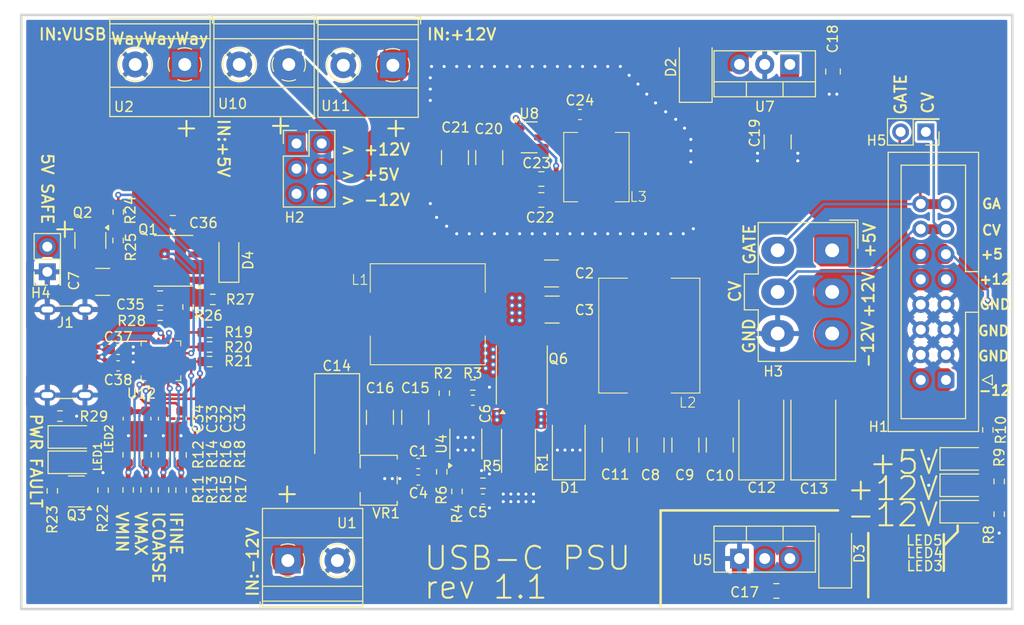
<source format=kicad_pcb>
(kicad_pcb (version 20240108) (generator "pcbnew") (generator_version "8.0")
  (layers (0 "F.Cu" signal) (31 "B.Cu" signal) (34 "B.Paste" user) (35 "F.Paste" user) (36 "B.SilkS" user "B.Silkscreen") (37 "F.SilkS" user "F.Silkscreen") (38 "B.Mask" user) (39 "F.Mask" user) (44 "Edge.Cuts" user))
  (net 0 "")
  (net 1 "VUSB")
  (net 2 "+5V")
  (net 3 "EU_CV")
  (net 4 "EU_GATE")
  (net 5 "GND")
  (net 6 "VBUS_IN")
  (net 7 "-12V")
  (net 8 "+12V")
  (net 9 "3V3")
  (net 10 "5V_SAFE")
  (net 11 "Net-(U4-VC)")
  (net 12 "/Output Rails/SWX")
  (net 13 "/Output Rails/SW")
  (net 14 "Net-(C4-Pad1)")
  (net 15 "/Output Rails/SS")
  (net 16 "/Output Rails/INTVCC")
  (net 17 "/Output Rails/V_NEG1")
  (net 18 "/Output Rails/VIN_N12V")
  (net 19 "/Output Rails/VIN_P12V")
  (net 20 "/Output Rails/VIN_P5V")
  (net 21 "Net-(U8-BST)")
  (net 22 "Net-(U8-SW)")
  (net 23 "Net-(U12-VCCD)")
  (net 24 "Net-(D4-A)")
  (net 25 "/USB-C PD/CC1")
  (net 26 "/USB-C PD/CC2")
  (net 27 "Net-(D4-C)")
  (net 28 "Net-(LED1-K)")
  (net 29 "Net-(LED2-K)")
  (net 30 "Net-(LED3-A)")
  (net 31 "Net-(LED4-A)")
  (net 32 "Net-(LED5-A)")
  (net 33 "Net-(Q2-S1)")
  (net 34 "Net-(Q2-G1)")
  (net 35 "Net-(Q3-G)")
  (net 36 "Net-(Q3-D)")
  (net 37 "/Output Rails/SENSE")
  (net 38 "/Output Rails/GATE")
  (net 39 "/Output Rails/UVLO")
  (net 40 "/Output Rails/FBX")
  (net 41 "/Output Rails/RT")
  (net 42 "Net-(U12-VBUS_MIN)")
  (net 43 "Net-(U12-VBUS_MAX)")
  (net 44 "Net-(U12-ISNK_COARSE)")
  (net 45 "Net-(U12-ISNK_FINE)")
  (net 46 "Net-(U12-HPI_SCL)")
  (net 47 "Net-(U12-HPI_SDA)")
  (net 48 "Net-(U12-FLIP)")
  (net 49 "/USB-C PD/SAFE_PWR_EN")
  (net 50 "/USB-C PD/VBUS_FET_EN")
  (footprint "Package_TO_SOT_SMD:SOT-23-6" (layer "F.Cu") (at 91.976 88.279 -90)
    (property "Reference" "Q2")
    (property "Value" "DMP2240UDM-7")
  )
  (footprint "LED_SMD:LED_1206_3216Metric" (layer "F.Cu") (at 179.996 115.665)
    (property "Reference" "LED3")
    (property "Value" "LTST-C150KGKT")
  )
  (footprint "Resistor_SMD:R_0603_1608Metric" (layer "F.Cu") (at 95.788 109.912 -90)
    (property "Reference" "R12")
    (property "Value" "5.1kΩ")
  )
  (footprint "Inductor_SMD_Custom:L_SMD_Sumida_L11.5mm_W10.0mm" (layer "F.Cu") (at 126.021 95.726 180)
    (property "Reference" "L1")
    (property "Value" "33uH")
  )
  (footprint "TerminalBlock_Phoenix:TerminalBlock_Phoenix_MKDS-1,5-2_1x02_P5.00mm_Horizontal" (layer "F.Cu") (at 112 70.5 180)
    (property "Reference" "U10")
    (property "Value" "XY126V-5.0-2P")
  )
  (footprint "Resistor_SMD:R_0603_1608Metric" (layer "F.Cu") (at 182.536 107.41 90)
    (property "Reference" "R10")
    (property "Value" "330Ω")
  )
  (footprint "Capacitor_SMD:C_0603_1608Metric" (layer "F.Cu") (at 130.568 104.407 180)
    (property "Reference" "C6")
    (property "Value" "22uF")
  )
  (footprint "Resistor_SMD:R_0603_1608Metric" (layer "F.Cu") (at 128.968 113.623 -90)
    (property "Reference" "R4")
    (property "Value" "105kΩ")
  )
  (footprint "Package_TO_SOT_SMD:SOT-23-3" (layer "F.Cu") (at 90.568 113.623 180)
    (property "Reference" "Q3")
    (property "Value" "NTR4503NT1G")
  )
  (footprint "Connector_Molex:Molex_Mini-Fit_Jr_5566-06A_2x03_P4.20mm_Vertical" (layer "F.Cu") (at 166.826 89.272 -90)
    (property "Reference" "H3")
    (property "Value" "39288060")
  )
  (footprint "Resistor_SMD:R_0603_1608Metric" (layer "F.Cu") (at 88.904 106.007 180)
    (property "Reference" "R29")
    (property "Value" "2.2kΩ")
  )
  (footprint "TerminalBlock_Phoenix:TerminalBlock_Phoenix_MKDS-1,5-2_1x02_P5.00mm_Horizontal" (layer "F.Cu") (at 101.5 70.5 180)
    (property "Reference" "U2")
    (property "Value" "XY126V-5.0-2P")
  )
  (footprint "Resistor_SMD:R_0603_1608Metric" (layer "F.Cu") (at 88.136 113.559 90)
    (property "Reference" "R23")
    (property "Value" "1kΩ")
  )
  (footprint "Resistor_SMD:R_0603_1608Metric" (layer "F.Cu") (at 101.128 109.939 -90)
    (property "Reference" "R18")
    (property "Value" "0Ω")
  )
  (footprint "Capacitor_SMD:C_1210_3225Metric" (layer "F.Cu") (at 161.327 78.327 -90)
    (property "Reference" "C19")
    (property "Value" "3.3uF")
  )
  (footprint "Capacitor_SMD:C_0603_1608Metric" (layer "F.Cu") (at 95.795 106.267 90)
    (property "Reference" "C34")
    (property "Value" "100nF")
  )
  (footprint "Capacitor_Tantalum_SMD:CP_EIA-7343-30_AVX-N" (layer "F.Cu") (at 159.676 108.045 90)
    (property "Reference" "C12")
    (property "Value" "47uF")
  )
  (footprint "LED_SMD:LED_1206_3216Metric" (layer "F.Cu") (at 89.992 108.119)
    (property "Reference" "LED2")
    (property "Value" "LTST-C150KGKT")
  )
  (footprint "Capacitor_SMD:C_0603_1608Metric" (layer "F.Cu") (at 141.374 75.558)
    (property "Reference" "C24")
    (property "Value" "100nF")
  )
  (footprint "Resistor_SMD:R_0603_1608Metric" (layer "F.Cu") (at 99.016 95.831 180)
    (property "Reference" "R28")
    (property "Value" "10kΩ")
  )
  (footprint "LED_SMD:LED_1206_3216Metric" (layer "F.Cu") (at 179.996 110.331)
    (property "Reference" "LED5")
    (property "Value" "LTST-C150KGKT")
  )
  (footprint "Potentiometer_SMD:Potentiometer_Bourns_3224W_Vertical" (layer "F.Cu") (at 121.068 112.49 -90)
    (property "Reference" "VR1")
    (property "Value" "20kΩ")
  )
  (footprint "Capacitor_SMD:C_1210_3225Metric" (layer "F.Cu") (at 138.504 91.607)
    (property "Reference" "C2")
    (property "Value" "2.2uF")
  )
  (footprint "Diode_SMD:D_SOD-123" (layer "F.Cu") (at 105.955 90.138 90)
    (property "Reference" "D4")
    (property "Value" "BZT52C10-7-F")
  )
  (footprint "Resistor_SMD:R_0603_1608Metric" (layer "F.Cu") (at 104.008 100.503)
    (property "Reference" "R21")
    (property "Value" "49.9kΩ")
  )
  (footprint "Resistor_SMD:R_0603_1608Metric" (layer "F.Cu") (at 127.432 111.639 90)
    (property "Reference" "R6")
    (property "Value" "22kΩ")
  )
  (footprint "Resistor_SMD:R_2512_6332Metric" (layer "F.Cu") (at 135.176 109.527 90)
    (property "Reference" "R1")
    (property "Value" "20mΩ")
  )
  (footprint "Resistor_SMD:R_0603_1608Metric" (layer "F.Cu") (at 93.256 113.495 90)
    (property "Reference" "R22")
    (property "Value" "100kΩ")
  )
  (footprint "Resistor_SMD:R_0603_1608Metric" (layer "F.Cu") (at 99.352 109.912 -90)
    (property "Reference" "R16")
    (property "Value" "5.1kΩ")
  )
  (footprint "Resistor_SMD:R_0603_1608Metric" (layer "F.Cu") (at 183.679 115.919 -90)
    (property "Reference" "R8")
    (property "Value" "1kΩ")
  )
  (footprint "Capacitor_SMD:C_0805_2012Metric" (layer "F.Cu") (at 137.48 82.071)
    (property "Reference" "C23")
    (property "Value" "22uF")
  )
  (footprint "Resistor_SMD:R_0603_1608Metric" (layer "F.Cu") (at 127.688 103.703 -90)
    (property "Reference" "R2")
    (property "Value" "180kΩ")
  )
  (footprint "Capacitor_SMD:C_0603_1608Metric" (layer "F.Cu") (at 125.064 110.807)
    (property "Reference" "C1")
    (property "Value" "100pF")
  )
  (footprint "Capacitor_SMD:C_1210_3225Metric" (layer "F.Cu") (at 132.222 79.91 90)
    (property "Reference" "C20")
    (property "Value" "4.7uF")
  )
  (footprint "Inductor_SMD_Custom:L_SMD_Sumida_L7.0mm_W6.6mm" (layer "F.Cu") (at 143.039 80.867 90)
    (property "Reference" "L3")
    (property "Value" "10uH")
  )
  (footprint "Resistor_SMD:R_0603_1608Metric" (layer "F.Cu") (at 95.788 113.468 -90)
    (property "Reference" "R11")
    (property "Value" "5.1kΩ")
  )
  (footprint "TerminalBlock_Phoenix:TerminalBlock_Phoenix_MKDS-1,5-2_1x02_P5.00mm_Horizontal" (layer "F.Cu") (at 122.5 70.58 180)
    (property "Reference" "U11")
    (property "Value" "XY126V-5.0-2P")
  )
  (footprint "Capacitor_SMD:C_1210_3225Metric" (layer "F.Cu") (at 93.218 92.456 180)
    (property "Reference" "C7")
    (property "Value" "3.3uF")
  )
  (footprint "Resistor_SMD:R_0603_1608Metric" (layer "F.Cu") (at 94.77 88.279 -90)
    (property "Reference" "R25")
    (property "Value" "49.9kΩ")
  )
  (footprint "Diode_SMD:D_SMA" (layer "F.Cu") (at 167.132 119.856 90)
    (property "Reference" "D3")
    (property "Value" "S1M_C232826")
  )
  (footprint "Connector_USB:USB_C_Receptacle_GCT_USB4125-xx-x_6P_TopMnt_Horizontal" (layer "F.Cu") (at 88.43 99.566 -90)
    (property "Reference" "J1")
    (property "Value" "USB_C_Receptacle_PowerOnly_6P")
  )
  (footprint "Resistor_SMD:R_0603_1608Metric" (layer "F.Cu") (at 94.792 85.399 -90)
    (property "Reference" "R24")
    (property "Value" "1kΩ")
  )
  (footprint "Capacitor_SMD:C_1210_3225Metric" (layer "F.Cu") (at 155.485 108.934 90)
    (property "Reference" "C10")
    (property "Value" "22uF")
  )
  (footprint "Capacitor_Tantalum_SMD:CP_EIA-7343-30_AVX-N" (layer "F.Cu") (at 164.924 108.045 90)
    (property "Reference" "C13")
    (property "Value" "47uF")
  )
  (footprint "Capacitor_SMD:C_0603_1608Metric" (layer "F.Cu") (at 99.351 106.267 90)
    (property "Reference" "C32")
    (property "Value" "1uF")
  )
  (footprint "Capacitor_SMD:C_0603_1608Metric" (layer "F.Cu") (at 101.129 106.267 90)
    (property "Reference" "C31")
    (property "Value" "1uF")
  )
  (footprint "Inductor_SMD_Custom:L_SMD_Sumida_L11.5mm_W10.0mm" (layer "F.Cu") (at 148.373 97.885 -90)
    (property "Reference" "L2")
    (property "Value" "33uH")
  )
  (footprint "Package_TO_SOT_THT:TO-220-3_Vertical" (layer "F.Cu") (at 157.48 120.396)
    (property "Reference" "U5")
    (property "Value" "L7912CV-DG")
  )
  (footprint "Capacitor_SMD:C_1210_3225Metric" (layer "F.Cu") (at 152.018 108.934 90)
    (property "Reference" "C9")
    (property "Value" "22uF")
  )
  (footprint "Capacitor_SMD:C_1210_3225Metric" (layer "F.Cu") (at 148.5 108.934 90)
    (property "Reference" "C8")
    (property "Value" "22uF")
  )
  (footprint "Capacitor_SMD:C_1210_3225Metric" (layer "F.Cu") (at 138.568 95.255)
    (property "Reference" "C3")
    (property "Value" "2.2uF")
  )
  (footprint "Resistor_SMD:R_0603_1608Metric" (layer "F.Cu") (at 97.602 113.468 -90)
    (property "Reference" "R13")
    (property "Value" "5.1kΩ")
  )
  (footprint "TerminalBlock_Phoenix:TerminalBlock_Phoenix_MKDS-1,5-2_1x02_P5.00mm_Horizontal" (layer "F.Cu") (at 111.9016 120.5994)
    (property "Reference" "U1")
    (property "Value" "XY126V-5.0-2P")
  )
  (footprint "Capacitor_SMD:C_0603_1608Metric" (layer "F.Cu") (at 125.064 112.471 180)
    (property "Reference" "C4")
    (property "Value" "6.8nF")
  )
  (footprint "Resistor_SMD:R_0603_1608Metric" (layer "F.Cu") (at 104.328 94.231)
    (property "Reference" "R27")
    (property "Value" "49.9kΩ")
  )
  (footprint "Capacitor_SMD:C_1210_3225Metric" (layer "F.Cu") (at 121.195 106.14 90)
    (property "Reference" "C16")
    (property "Value" "4.7uF")
  )
  (footprint "Capacitor_SMD:C_0805_2012Metric" (layer "F.Cu") (at 166.915 71.215 90)
    (property "Reference" "C18")
    (property "Value" "1uF")
  )
  (footprint "Capacitor_SMD:C_1210_3225Metric" (layer "F.Cu") (at 128.766 79.91 90)
    (property "Reference" "C21")
    (property "Value" "4.7uF")
  )
  (footprint "Connector_PinHeader_2.54mm:PinHeader_2x03_P2.54mm_Vertical" (layer "F.Cu") (at 112.776 78.486)
    (property "Reference" "H2")
    (property "Value" "PZ254V-12-6P")
  )
  (footprint "Capacitor_SMD:C_0603_1608Metric" (layer "F.Cu") (at 97.573 106.267 90)
    (property "Reference" "C33")
    (property "Value" "100nF")
  )
  (footprint "Capacitor_Tantalum_SMD:CP_EIA-7343-30_AVX-N" (layer "F.Cu") (at 116.877 106.14 -90)
    (property "Reference" "C14")
    (property "Value" "22uF")
  )
  (footprint "Package_SO:MSOP-10-1EP_3x3mm_P0.5mm_EP1.68x1.88mm" (layer "F.Cu") (at 129.864 108.823 90)
    (property "Reference" "U4")
    (property "Value" "LT3757AIMSE#PBF")
  )
  (footprint "Resistor_SMD:R_0603_1608Metric" (layer "F.Cu") (at 104.008 97.559)
    (property "Reference" "R19")
    (property "Value" "2.2kΩ")
  )
  (footprint "Resistor_SMD:R_0603_1608Metric" (layer "F.Cu") (at 101.832 94.999 90)
    (property "Reference" "R26")
    (property "Value" "1kΩ")
  )
  (footprint "LED_SMD:LED_1206_3216Metric" (layer "F.Cu") (at 179.996 112.998)
    (property "Reference" "LED4")
    (property "Value" "LTST-C150KGKT")
  )
  (footprint "Capacitor_SMD:C_0805_2012Metric" (layer "F.Cu") (at 161.2 123.666)
    (property "Reference" "C17")
    (property "Value" "1uF")
  )
  (footprint "Resistor_SMD:R_0603_1608Metric" (layer "F.Cu") (at 101.128 113.495 -90)
    (property "Reference" "R17")
    (property "Value" "5.1kΩ")
  )
  (footprint "Package_TO_SOT_THT:TO-220-3_Vertical" (layer "F.Cu") (at 162.56 70.495 180)
    (property "Reference" "U7")
    (property "Value" "L7812CV-DG")
  )
  (footprint "Capacitor_SMD:C_1210_3225Metric" (layer "F.Cu") (at 124.751 106.14 90)
    (property "Reference" "C15")
    (property "Value" "4.7uF")
  )
  (footprint "Capacitor_SMD:C_0805_2012Metric" (layer "F.Cu") (at 137.48 84.183)
    (property "Reference" "C22")
    (property "Value" "22uF")
  )
  (footprint "Diode_SMD:D_SMA" (layer "F.Cu") (at 153.0604 70.8152 90)
    (property "Reference" "D2")
    (property "Value" "S1M_C232826")
  )
  (footprint "Resistor_SMD:R_0603_1608Metric" (layer "F.Cu") (at 104.008 99.031)
    (property "Reference" "R20")
    (property "Value" "2.2kΩ")
  )
  (footprint "Resistor_SMD:R_0603_1608Metric" (layer "F.Cu") (at 131.592 112.791 180)
    (property "Reference" "R5")
    (property "Value" "10.5kΩ")
  )
  (footprint "Capacitor_SMD:C_1210_3225Metric" (layer "F.Cu") (at 144.981 108.934 90)
    (property "Reference" "C11")
    (property "Value" "22uF")
  )
  (footprint "LED_SMD:LED_1206_3216Metric" (layer "F.Cu") (at 89.992 110.679)
    (property "Reference" "LED1")
    (property "Value" "LTST-C150KRKT")
  )
  (footprint "Package_TO_SOT_SMD:TSOT-23-6" (layer "F.Cu") (at 136.254 77.862)
    (property "Reference" "U8")
    (property "Value" "AP63205WU-7")
  )
  (footprint "Connector_PinHeader_2.54mm:PinHeader_2x01_P2.54mm_Vertical" (layer "F.Cu") (at 176.276 77.311 180)
    (property "Reference" "H5")
    (property "Value" "PZ254V-11-02P")
  )
  (footprint "Resistor_SMD:R_0603_1608Metric" (layer "F.Cu") (at 183.679 112.617 90)
    (property "Reference" "R9")
    (property "Value" "1kΩ")
  )
  (footprint "Package_SO:SOIC-8_3.9x4.9mm_P1.27mm" (layer "F.Cu") (at 100.361 90.327 180)
    (property "Reference" "Q1")
    (property "Value" "FDS4935A")
  )
  (footprint "Capacitor_SMD:C_0805_2012Metric" (layer "F.Cu") (at 99.016 94.103 180)
    (property "Reference" "C35")
    (property "Value" "1uF")
  )
  (footprint "Resistor_SMD:R_0603_1608Metric" (layer "F.Cu") (at 99.352 113.468 -90)
    (property "Reference" "R15")
    (property "Value" "5.1kΩ")
  )
  (footprint "Capacitor_SMD:C_0603_1608Metric" (layer "F.Cu") (at 94.779 100.933 180)
    (property "Reference" "C38")
    (property "Value" "470pF")
  )
  (footprint "Capacitor_SMD:C_0603_1608Metric" (layer "F.Cu") (at 131.592 114.391 180)
    (property "Reference" "C5")
    (property "Value" "68nF")
  )
  (footprint "Capacitor_SMD:C_0603_1608Metric" (layer "F.Cu") (at 94.779 99.282 180)
    (property "Reference" "C37")
    (property "Value" "470pF")
  )
  (footprint "Resistor_SMD:R_0603_1608Metric" (layer "F.Cu") (at 97.602 109.912 -90)
    (property "Reference" "R14")
    (property "Value" "5.1kΩ")
  )
  (footprint "Connector_PinHeader_2.54mm:PinHeader_2x01_P2.54mm_Vertical" (layer "F.Cu") (at 87.63 91.445 90)
    (property "Reference" "H4")
    (property "Value" "PZ254V-11-02P")
  )
  (footprint "Resistor_SMD:R_0603_1608Metric" (layer "F.Cu") (at 130.568 102.871 180)
    (property "Reference" "R3")
    (property "Value" "33kΩ")
  )
  (footprint "Package_SO:PowerPAK_SO-8_Single" (layer "F.Cu") (at 135.509 101.855 90)
    (property "Reference" "Q6")
    (property "Value" "SIR184DP")
  )
  (footprint "Connector_IDC:IDC-Header_2x08_P2.54mm_Vertical" (layer "F.Cu") (at 178.308 102.362 180)
    (property "Reference" "H1")
    (property "Value" "HDR-IDC-2.54-2X8P")
  )
  (footprint "USB_PD_Module_Custom:TQFN-24_L4.0-W4.0-P0.50-TL-EP2.8" (layer "F.Cu") (at 99.097 100.425 90)
    (property "Reference" "U12")
    (property "Value" "CYPD3177-24LQXQ_C2959321")
  )
  (footprint "Capacitor_SMD:C_0805_2012Metric" (layer "F.Cu") (at 100.296 86.487 180)
    (property "Reference" "C36")
    (property "Value" "1uF")
  )
  (footprint "Diode_SMD:D_SMA" (layer "F.Cu") (at 140.245 108.934 90)
    (property "Reference" "D1")
    (property "Value" "SDT5A60SA-13")
  )
  (gr_line (start 179.488 117.704) (end 179.488 117.062) (stroke (width 0.254)) (layer "F.SilkS"))
  (gr_line (start 178.091 121.634) (end 178.091 117.951) (stroke (width 0.254)) (layer "F.SilkS"))
  (gr_line (start 149.516 115.538) (end 149.516 125.19) (stroke (width 0.254)) (layer "F.SilkS"))
  (gr_line (start 178.091 119.101) (end 179.488 117.704) (stroke (width 0.254)) (layer "F.SilkS"))
  (gr_line (start 167.423 115.538) (end 149.516 115.538) (stroke (width 0.254)) (layer "F.SilkS"))
  (gr_line (start 170.471 124.301) (end 170.471 117.824) (stroke (width 0.254)) (layer "F.SilkS"))
  (gr_line (start 85 125.495) (end 85 65.495) (stroke (width 0.254)) (layer "Edge.Cuts"))
  (gr_line (start 185 65.495) (end 85 65.495) (stroke (width 0.254)) (layer "Edge.Cuts"))
  (gr_line (start 185 125.495) (end 85 125.495) (stroke (width 0.254)) (layer "Edge.Cuts"))
  (gr_line (start 185 125.495) (end 185 65.495) (stroke (width 0.254)) (layer "Edge.Cuts"))
  (gr_text "IN:-12V" (at 108.3564 124.3584 90) (layer "F.SilkS") (effects (font (size 1.16 1.16) (thickness 0.203)) (justify left)))
  (gr_text "5V SAFE" (at 87.63 79.375 -90) (layer "F.SilkS") (effects (font (size 1.16 1.16) (thickness 0.203)) (justify left)))
  (gr_text "> -12V" (at 117.131 84.169 0) (layer "F.SilkS") (effects (font (size 1.16 1.16) (thickness 0.203)) (justify left)))
  (gr_text "USB-C PSU" (at 125.513 120.364 0) (layer "F.SilkS") (effects (font (size 2.32 2.32) (thickness 0.203)) (justify left)))
  (gr_text "WayWayWay" (at 93.94 67.9 0) (layer "F.SilkS") (effects (font (size 1.16 1.16) (thickness 0.203)) (justify left)))
  (gr_text "+5V" (at 170.3832 110.6932 0) (layer "F.SilkS") (effects (font (size 2.32 2.32) (thickness 0.203)) (justify left)))
  (gr_text "-12V" (at 168.148 115.9764 0) (layer "F.SilkS") (effects (font (size 2.32 2.32) (thickness 0.203)) (justify left)))
  (gr_text "GATE" (at 173.736 75.692 90) (layer "F.SilkS") (effects (font (size 1.16 1.16) (thickness 0.203)) (justify left)))
  (gr_text "+" (at 100.2792 76.8096 0) (layer "F.SilkS") (effects (font (size 2.032 2.032) (thickness 0.203)) (justify left)))
  (gr_text "GATE" (at 158.496 90.8304 90) (layer "F.SilkS") (effects (font (size 1.16 1.16) (thickness 0.203)) (justify left)))
  (gr_text "> +5V" (at 117.131 81.629 0) (layer "F.SilkS") (effects (font (size 1.16 1.16) (thickness 0.203)) (justify left)))
  (gr_text "+" (at 110.4392 113.7412 0) (layer "F.SilkS") (effects (font (size 2.032 2.032) (thickness 0.203)) (justify left)))
  (gr_text "FAULT" (at 86.487 110.109 -90) (layer "F.SilkS") (effects (font (size 1.16 1.16) (thickness 0.203)) (justify left)))
  (gr_text "-12V" (at 170.434 101.2444 90) (layer "F.SilkS") (effects (font (size 1.16 1.16) (thickness 0.203)) (justify left)))
  (gr_text "PWR" (at 86.487 105.664 -90) (layer "F.SilkS") (effects (font (size 1.16 1.16) (thickness 0.203)) (justify left)))
  (gr_text "+12" (at 181.5592 92.202 0) (layer "F.SilkS") (effects (font (size 1 1) (thickness 0.203)) (justify left)))
  (gr_text "IN:+5V" (at 105.41 75.8952 -90) (layer "F.SilkS") (effects (font (size 1.16 1.16) (thickness 0.203)) (justify left)))
  (gr_text "-12" (at 181.5084 103.4288 0) (layer "F.SilkS") (effects (font (size 1 1) (thickness 0.203)) (justify left)))
  (gr_text "+12V" (at 168.148 113.3348 0) (layer "F.SilkS") (effects (font (size 2.32 2.32) (thickness 0.203)) (justify left)))
  (gr_text "rev 1.1" (at 125.513 123.285 0) (layer "F.SilkS") (effects (font (size 2.32 2.32) (thickness 0.203)) (justify left)))
  (gr_text "GA" (at 181.8386 84.582 0) (layer "F.SilkS") (effects (font (size 1 1) (thickness 0.203)) (justify left)))
  (gr_text "GND" (at 158.4452 99.822 90) (layer "F.SilkS") (effects (font (size 1.16 1.16) (thickness 0.203)) (justify left)))
  (gr_text "GND" (at 181.5846 94.742 0) (layer "F.SilkS") (effects (font (size 1 1) (thickness 0.203)) (justify left)))
  (gr_text "CV" (at 176.4792 75.5904 90) (layer "F.SilkS") (effects (font (size 1.16 1.16) (thickness 0.203)) (justify left)))
  (gr_text "CV" (at 157.0228 94.6404 90) (layer "F.SilkS") (effects (font (size 1.16 1.16) (thickness 0.203)) (justify left)))
  (gr_text "GND" (at 181.4576 97.409 0) (layer "F.SilkS") (effects (font (size 1 1) (thickness 0.203)) (justify left)))
  (gr_text "+5" (at 181.7116 89.662 0) (layer "F.SilkS") (effects (font (size 1 1) (thickness 0.203)) (justify left)))
  (gr_text "+5V" (at 170.598 90.138 90) (layer "F.SilkS") (effects (font (size 1.16 1.16) (thickness 0.203)) (justify left)))
  (gr_text "+" (at 109.7788 76.549 0) (layer "F.SilkS") (effects (font (size 2.032 2.032) (thickness 0.203)) (justify left)))
  (gr_text "+" (at 121.412 76.8096 0) (layer "F.SilkS") (effects (font (size 2.032 2.032) (thickness 0.203)) (justify left)))
  (gr_text "ICOARSE" (at 98.843 115.538 -90) (layer "F.SilkS") (effects (font (size 1.16 1.16) (thickness 0.203)) (justify left)))
  (gr_text "> +12V" (at 117.131 79.089 0) (layer "F.SilkS") (effects (font (size 1.16 1.16) (thickness 0.203)) (justify left)))
  (gr_text "GND" (at 181.4576 99.949 0) (layer "F.SilkS") (effects (font (size 1 1) (thickness 0.203)) (justify left)))
  (gr_text "IFINE" (at 100.621 115.538 -90) (layer "F.SilkS") (effects (font (size 1.16 1.16) (thickness 0.203)) (justify left)))
  (gr_text "IN:+12V" (at 125.8316 67.4624 0) (layer "F.SilkS") (effects (font (size 1.16 1.16) (thickness 0.203)) (justify left)))
  (gr_text "IN:VUSB" (at 86.6648 67.4624 0) (layer "F.SilkS") (effects (font (size 1.16 1.16) (thickness 0.203)) (justify left)))
  (gr_text "VMAX" (at 97.065 115.538 -90) (layer "F.SilkS") (effects (font (size 1.16 1.16) (thickness 0.203)) (justify left)))
  (gr_text "+" (at 88.011 86.995 0) (layer "F.SilkS") (effects (font (size 2.032 2.032) (thickness 0.203)) (justify left)))
  (gr_text "CV" (at 181.8386 87.249 0) (layer "F.SilkS") (effects (font (size 1 1) (thickness 0.203)) (justify left)))
  (gr_text "VMIN" (at 95.16 115.538 -90) (layer "F.SilkS") (effects (font (size 1.16 1.16) (thickness 0.203)) (justify left)))
  (gr_text "+12V" (at 170.4848 96.2152 90) (layer "F.SilkS") (effects (font (size 1.16 1.16) (thickness 0.203)) (justify left)))
  (segment (start 101.343 70.58) (end 101.383 70.62) (width 5) (layer "F.Cu") (net 1))
  (segment (start 101.067 99.675) (end 101.079 99.663) (width 0.254) (layer "F.Cu") (net 1))
  (segment (start 101.383 70.62) (end 101.383 78.962) (width 5) (layer "F.Cu") (net 1))
  (segment (start 101.079 99.663) (end 102.145 99.663) (width 0.254) (layer "F.Cu") (net 1))
  (via (at 102.145 99.663) (size 0.62) (drill 0.31) (layers "F.Cu" "B.Cu") (net 1))
  (via (at 99.478 89.63) (size 0.62) (drill 0.31) (layers "F.Cu" "B.Cu") (net 1))
  (segment (start 100.367 89.63) (end 99.478 89.63) (width 0.254) (layer "B.Cu") (net 1))
  (segment (start 102.399 91.662) (end 100.367 89.63) (width 0.254) (layer "B.Cu") (net 1))
  (segment (start 102.399 99.409) (end 102.399 91.662) (width 0.254) (layer "B.Cu") (net 1))
  (segment (start 102.145 99.663) (end 102.399 99.409) (width 0.254) (layer "B.Cu") (net 1))
  (segment (start 182.536 94.329) (end 182.536 94.329) (width 0.254) (layer "F.Cu") (net 2))
  (segment (start 143.166 83.399) (end 143.428 83.661) (width 3.55) (layer "F.Cu") (net 2))
  (segment (start 134.911 75.914) (end 135.054 76.057) (width 0.5) (layer "F.Cu") (net 2))
  (segment (start 138.975 81.576) (end 138.48 82.071) (width 0.5) (layer "F.Cu") (net 2))
  (segment (start 182.536 98.06) (end 182.536 106.656) (width 0.254) (layer "F.Cu") (net 2))
  (segment (start 138.975 80.74) (end 138.975 81.576) (width 0.5) (layer "F.Cu") (net 2))
  (segment (start 143.428 83.661) (end 171.36 83.661) (width 3.55) (layer "F.Cu") (net 2))
  (segment (start 135.054 76.057) (end 135.054 76.912) (width 0.5) (layer "F.Cu") (net 2))
  (segment (start 182.536 94.329) (end 182.536 98.06) (width 0.254) (layer "F.Cu") (net 2))
  (via (at 182.536 94.329) (size 0.62) (drill 0.31) (layers "F.Cu" "B.Cu") (net 2))
  (via (at 138.975 80.74) (size 0.62) (drill 0.31) (layers "F.Cu" "B.Cu") (net 2))
  (via (at 134.911 75.914) (size 0.62) (drill 0.31) (layers "F.Cu" "B.Cu") (net 2))
  (segment (start 138.975 79.978) (end 138.975 80.74) (width 0.254) (layer "B.Cu") (net 2))
  (segment (start 134.911 75.914) (end 138.975 79.978) (width 0.254) (layer "B.Cu") (net 2))
  (segment (start 178.908 89.685) (end 178.27 89.685) (width 0.254) (layer "B.Cu") (net 2))
  (segment (start 182.536 94.329) (end 182.536 93.313) (width 0.254) (layer "B.Cu") (net 2))
  (segment (start 182.536 93.313) (end 178.908 89.685) (width 0.254) (layer "B.Cu") (net 2))
  (segment (start 175.73 87.145) (end 178.27 87.145) (width 1) (layer "F.Cu") (net 3))
  (segment (start 161.25 93.495) (end 163.337 91.408) (width 0.254) (layer "B.Cu") (net 3))
  (segment (start 163.337 91.408) (end 170.852 91.408) (width 0.254) (layer "B.Cu") (net 3))
  (segment (start 177.075 78.2) (end 177.075 86.455) (width 0.254) (layer "B.Cu") (net 3))
  (segment (start 175.115 87.145) (end 175.73 87.145) (width 0.254) (layer "B.Cu") (net 3))
  (segment (start 176.186 77.311) (end 177.075 78.2) (width 0.254) (layer "B.Cu") (net 3))
  (segment (start 177.075 86.455) (end 177.765 87.145) (width 0.254) (layer "B.Cu") (net 3))
  (segment (start 170.852 91.408) (end 175.115 87.145) (width 0.254) (layer "B.Cu") (net 3))
  (segment (start 177.765 87.145) (end 178.27 87.145) (width 0.254) (layer "B.Cu") (net 3))
  (segment (start 173.646 77.311) (end 173.646 79.47) (width 0.254) (layer "F.Cu") (net 4))
  (segment (start 173.646 79.47) (end 175.729 81.553) (width 0.254) (layer "F.Cu") (net 4))
  (segment (start 175.729 81.553) (end 175.729 84.606) (width 0.254) (layer "F.Cu") (net 4))
  (segment (start 175.73 84.605) (end 178.27 84.605) (width 1) (layer "F.Cu") (net 4))
  (segment (start 165.94 84.605) (end 175.73 84.605) (width 0.254) (layer "B.Cu") (net 4))
  (segment (start 161.25 89.295) (end 165.94 84.605) (width 0.254) (layer "B.Cu") (net 4))
  (segment (start 131.542 103.092) (end 132.244 103.092) (width 0.5) (layer "F.Cu") (net 5))
  (segment (start 97.127 99.175) (end 97.847 99.175) (width 0.254) (layer "F.Cu") (net 5))
  (segment (start 131.268 104.407) (end 131.321 104.353) (width 0.5) (layer "F.Cu") (net 5))
  (segment (start 167.296 73.501) (end 166.915 73.12) (width 0.5) (layer "F.Cu") (net 5))
  (segment (start 119.618 112.49) (end 120.868 111.24) (width 1) (layer "F.Cu") (net 5))
  (segment (start 163.359 80.232) (end 162.971 79.844) (width 0.5) (layer "F.Cu") (net 5))
  (segment (start 132.244 115.284) (end 132.292 115.236) (width 0.5) (layer "F.Cu") (net 5))
  (segment (start 162.971 79.844) (end 161.327 79.844) (width 0.5) (layer "F.Cu") (net 5))
  (segment (start 183.679 116.672) (end 183.679 117.824) (width 0.254) (layer "F.Cu") (net 5))
  (segment (start 131.449 111.517) (end 131.786 111.855) (width 0.254) (layer "F.Cu") (net 5))
  (segment (start 166.915 73.12) (end 166.915 72.215) (width 0.5) (layer "F.Cu") (net 5))
  (segment (start 93.255 112.741) (end 93.255 111.728) (width 0.5) (layer "F.Cu") (net 5))
  (segment (start 124.364 112.471) (end 124.364 110.807) (width 0.8) (layer "F.Cu") (net 5))
  (segment (start 131.321 102.871) (end 131.542 103.092) (width 0.5) (layer "F.Cu") (net 5))
  (segment (start 162.984 79.844) (end 161.327 79.844) (width 0.5) (layer "F.Cu") (net 5))
  (segment (start 96.303 100.552) (end 96.426 100.675) (width 0.254) (layer "F.Cu") (net 5))
  (segment (start 132.244 112.689) (end 132.244 111.855) (width 0.5) (layer "F.Cu") (net 5))
  (segment (start 159.295 80.232) (end 159.682 79.844) (width 0.5) (layer "F.Cu") (net 5))
  (segment (start 95.479 99.282) (end 95.479 100.933) (width 0.5) (layer "F.Cu") (net 5))
  (segment (start 157.46 122.847) (end 158.279 123.666) (width 1.5) (layer "F.Cu") (net 5))
  (segment (start 132.345 112.791) (end 132.244 112.689) (width 0.5) (layer "F.Cu") (net 5))
  (segment (start 91.568 112.673) (end 91.637 112.741) (width 0.5) (layer "F.Cu") (net 5))
  (segment (start 159.682 79.844) (end 161.327 79.844) (width 0.5) (layer "F.Cu") (net 5))
  (segment (start 158.279 123.666) (end 160.2 123.666) (width 1.5) (layer "F.Cu") (net 5))
  (segment (start 97.847 99.175) (end 99.097 100.425) (width 0.254) (layer "F.Cu") (net 5))
  (segment (start 159.295 79.47) (end 159.669 79.844) (width 0.5) (layer "F.Cu") (net 5))
  (segment (start 166.915 73.12) (end 166.915 72.215) (width 0.5) (layer "F.Cu") (net 5))
  (segment (start 98.847 100.675) (end 99.097 100.425) (width 0.254) (layer "F.Cu") (net 5))
  (segment (start 132.292 115.236) (end 132.292 114.391) (width 0.5) (layer "F.Cu") (net 5))
  (segment (start 163.359 79.47) (end 162.984 79.844) (width 0.5) (layer "F.Cu") (net 5))
  (segment (start 131.786 111.855) (end 132.244 111.855) (width 0.254) (layer "F.Cu") (net 5))
  (segment (start 132.345 114.337) (end 132.345 112.791) (width 0.5) (layer "F.Cu") (net 5))
  (segment (start 178.478 110.331) (end 176.567 110.331) (width 0.254) (layer "F.Cu") (net 5))
  (segment (start 91.637 112.741) (end 93.256 112.741) (width 0.5) (layer "F.Cu") (net 5))
  (segment (start 97.127 100.675) (end 98.847 100.675) (width 0.254) (layer "F.Cu") (net 5))
  (segment (start 157.46 120.49) (end 157.46 122.847) (width 1.5) (layer "F.Cu") (net 5))
  (segment (start 131.321 104.353) (end 131.321 102.871) (width 0.5) (layer "F.Cu") (net 5))
  (segment (start 96.426 100.675) (end 97.127 100.675) (width 0.254) (layer "F.Cu") (net 5))
  (segment (start 159.669 79.844) (end 161.327 79.844) (width 0.5) (layer "F.Cu") (net 5))
  (segment (start 130.864 110.933) (end 131.449 111.517) (width 0.254) (layer "F.Cu") (net 5))
  (segment (start 166.534 73.501) (end 166.915 73.12) (width 0.5) (layer "F.Cu") (net 5))
  (segment (start 120.868 111.24) (end 122.518 111.24) (width 1) (layer "F.Cu") (net 5))
  (segment (start 132.292 114.391) (end 132.345 114.337) (width 0.5) (layer "F.Cu") (net 5))
  (segment (start 89.658 106.008) (end 90.588 106.013) (width 0.5) (layer "F.Cu") (net 5))
  (segment (start 178.478 112.998) (end 176.567 112.998) (width 0.254) (layer "F.Cu") (net 5))
  (via (at 147.992 87.598) (size 0.62) (drill 0.31) (layers "F.Cu" "B.Cu") (net 5))
  (via (at 149.262 87.598) (size 0.62) (drill 0.31) (layers "F.Cu" "B.Cu") (net 5))
  (via (at 140.626 109.442) (size 0.62) (drill 0.31) (layers "F.Cu" "B.Cu") (net 5))
  (via (at 159.295 80.232) (size 0.62) (drill 0.31) (layers "F.Cu" "B.Cu") (net 5))
  (via (at 183.679 117.824) (size 0.62) (drill 0.31) (layers "F.Cu" "B.Cu") (net 5))
  (via (at 142.912 87.598) (size 0.62) (drill 0.31) (layers "F.Cu" "B.Cu") (net 5))
  (via (at 141.642 87.598) (size 0.62) (drill 0.31) (layers "F.Cu" "B.Cu") (net 5))
  (via (at 137.832 87.598) (size 0.62) (drill 0.31) (layers "F.Cu" "B.Cu") (net 5))
  (via (at 176.567 112.998) (size 0.62) (drill 0.31) (layers "F.Cu" "B.Cu") (net 5))
  (via (at 145.452 87.598) (size 0.62) (drill 0.31) (layers "F.Cu" "B.Cu") (net 5))
  (via (at 129.069 108.172) (size 0.62) (drill 0.31) (layers "F.Cu" "B.Cu") (net 5))
  (via (at 130.593 109.442) (size 0.62) (drill 0.31) (layers "F.Cu" "B.Cu") (net 5))
  (via (at 130.212 70.707) (size 0.62) (drill 0.31) (layers "F.Cu" "B.Cu") (net 5))
  (via (at 141.388 109.442) (size 0.62) (drill 0.31) (layers "F.Cu" "B.Cu") (net 5))
  (via (at 134.403 114.649) (size 0.62) (drill 0.31) (layers "F.Cu" "B.Cu") (net 5))
  (via (at 131.448 111.517) (size 0.62) (drill 0.31) (layers "F.Cu" "B.Cu") (net 5))
  (via (at 134.403 113.887) (size 0.62) (drill 0.31) (layers "F.Cu" "B.Cu") (net 5))
  (via (at 134.022 87.598) (size 0.62) (drill 0.31) (layers "F.Cu" "B.Cu") (net 5))
  (via (at 147.23 72.485) (size 0.62) (drill 0.31) (layers "F.Cu" "B.Cu") (net 5))
  (via (at 176.567 110.331) (size 0.62) (drill 0.31) (layers "F.Cu" "B.Cu") (net 5))
  (via (at 127.926 86.836) (size 0.62) (drill 0.31) (layers "F.Cu" "B.Cu") (net 5))
  (via (at 133.641 114.649) (size 0.62) (drill 0.31) (layers "F.Cu" "B.Cu") (net 5))
  (via (at 135.292 70.707) (size 0.62) (drill 0.31) (layers "F.Cu" "B.Cu") (net 5))
  (via (at 132.244 115.284) (size 0.62) (drill 0.31) (layers "F.Cu" "B.Cu") (net 5))
  (via (at 146.341 71.596) (size 0.62) (drill 0.31) (layers "F.Cu" "B.Cu") (net 5))
  (via (at 163.359 80.232) (size 0.62) (drill 0.31) (layers "F.Cu" "B.Cu") (net 5))
  (via (at 136.562 87.598) (size 0.62) (drill 0.31) (layers "F.Cu" "B.Cu") (net 5))
  (via (at 166.534 73.501) (size 0.62) (drill 0.31) (layers "F.Cu" "B.Cu") (net 5))
  (via (at 126.275 71.85) (size 0.62) (drill 0.31) (layers "F.Cu" "B.Cu") (net 5))
  (via (at 128.942 87.598) (size 0.62) (drill 0.31) (layers "F.Cu" "B.Cu") (net 5))
  (via (at 149.008 74.39) (size 0.62) (drill 0.31) (layers "F.Cu" "B.Cu") (net 5))
  (via (at 145.452 70.707) (size 0.62) (drill 0.31) (layers "F.Cu" "B.Cu") (net 5))
  (via (at 150.532 87.598) (size 0.62) (drill 0.31) (layers "F.Cu" "B.Cu") (net 5))
  (via (at 140.372 70.707) (size 0.62) (drill 0.31) (layers "F.Cu" "B.Cu") (net 5))
  (via (at 159.295 79.47) (size 0.62) (drill 0.31) (layers "F.Cu" "B.Cu") (net 5))
  (via (at 130.212 87.598) (size 0.62) (drill 0.31) (layers "F.Cu" "B.Cu") (net 5))
  (via (at 152.564 79.216) (size 0.62) (drill 0.31) (layers "F.Cu" "B.Cu") (net 5))
  (via (at 123.2 112.325) (size 0.62) (drill 0.31) (layers "F.Cu" "B.Cu") (net 5))
  (via (at 126.275 72.993) (size 0.62) (drill 0.31) (layers "F.Cu" "B.Cu") (net 5))
  (via (at 132.244 111.855) (size 0.62) (drill 0.31) (layers "F.Cu" "B.Cu") (net 5))
  (via (at 133.641 113.887) (size 0.62) (drill 0.31) (layers "F.Cu" "B.Cu") (net 5))
  (via (at 140.372 87.598) (size 0.62) (drill 0.31) (layers "F.Cu" "B.Cu") (net 5))
  (via (at 96.303 99.028) (size 0.62) (drill 0.31) (layers "F.Cu" "B.Cu") (net 5))
  (via (at 129.831 108.172) (size 0.62) (drill 0.31) (layers "F.Cu" "B.Cu") (net 5))
  (via (at 131.482 87.598) (size 0.62) (drill 0.31) (layers "F.Cu" "B.Cu") (net 5))
  (via (at 97.544 107.991) (size 0.62) (drill 0.31) (layers "F.Cu" "B.Cu") (net 5))
  (via (at 121.676 112.325) (size 0.62) (drill 0.31) (layers "F.Cu" "B.Cu") (net 5))
  (via (at 135.165 114.649) (size 0.62) (drill 0.31) (layers "F.Cu" "B.Cu") (net 5))
  (via (at 128.942 70.707) (size 0.62) (drill 0.31) (layers "F.Cu" "B.Cu") (net 5))
  (via (at 127.672 70.707) (size 0.62) (drill 0.31) (layers "F.Cu" "B.Cu") (net 5))
  (via (at 132.752 70.707) (size 0.62) (drill 0.31) (layers "F.Cu" "B.Cu") (net 5))
  (via (at 139.102 70.707) (size 0.62) (drill 0.31) (layers "F.Cu" "B.Cu") (net 5))
  (via (at 151.802 87.598) (size 0.62) (drill 0.31) (layers "F.Cu" "B.Cu") (net 5))
  (via (at 151.04 76.041) (size 0.62) (drill 0.31) (layers "F.Cu" "B.Cu") (net 5))
  (via (at 129.069 109.442) (size 0.62) (drill 0.31) (layers "F.Cu" "B.Cu") (net 5))
  (via (at 93.255 111.728) (size 0.62) (drill 0.31) (layers "F.Cu" "B.Cu") (net 5))
  (via (at 151.929 76.93) (size 0.62) (drill 0.31) (layers "F.Cu" "B.Cu") (net 5))
  (via (at 126.275 74.136) (size 0.62) (drill 0.31) (layers "F.Cu" "B.Cu") (net 5))
  (via (at 136.689 114.649) (size 0.62) (drill 0.31) (layers "F.Cu" "B.Cu") (net 5))
  (via (at 135.927 113.887) (size 0.62) (drill 0.31) (layers "F.Cu" "B.Cu") (net 5))
  (via (at 144.182 70.707) (size 0.62) (drill 0.31) (layers "F.Cu" "B.Cu") (net 5))
  (via (at 137.832 70.707) (size 0.62) (drill 0.31) (layers "F.Cu" "B.Cu") (net 5))
  (via (at 132.244 103.092) (size 0.62) (drill 0.31) (layers "F.Cu" "B.Cu") (net 5))
  (via (at 131.482 70.707) (size 0.62) (drill 0.31) (layers "F.Cu" "B.Cu") (net 5))
  (via (at 150.024 75.279) (size 0.62) (drill 0.31) (layers "F.Cu" "B.Cu") (net 5))
  (via (at 144.182 87.598) (size 0.62) (drill 0.31) (layers "F.Cu" "B.Cu") (net 5))
  (via (at 135.927 114.649) (size 0.62) (drill 0.31) (layers "F.Cu" "B.Cu") (net 5))
  (via (at 126.402 70.707) (size 0.62) (drill 0.31) (layers "F.Cu" "B.Cu") (net 5))
  (via (at 134.022 70.707) (size 0.62) (drill 0.31) (layers "F.Cu" "B.Cu") (net 5))
  (via (at 129.831 109.442) (size 0.62) (drill 0.31) (layers "F.Cu" "B.Cu") (net 5))
  (via (at 95.816 107.991) (size 0.62) (drill 0.31) (layers "F.Cu" "B.Cu") (net 5))
  (via (at 122.438 112.325) (size 0.62) (drill 0.31) (layers "F.Cu" "B.Cu") (net 5))
  (via (at 139.102 109.442) (size 0.62) (drill 0.31) (layers "F.Cu" "B.Cu") (net 5))
  (via (at 126.91 85.947) (size 0.62) (drill 0.31) (layers "F.Cu" "B.Cu") (net 5))
  (via (at 135.165 113.887) (size 0.62) (drill 0.31) (layers "F.Cu" "B.Cu") (net 5))
  (via (at 96.303 100.552) (size 0.62) (drill 0.31) (layers "F.Cu" "B.Cu") (net 5))
  (via (at 139.864 109.442) (size 0.62) (drill 0.31) (layers "F.Cu" "B.Cu") (net 5))
  (via (at 167.296 73.501) (size 0.62) (drill 0.31) (layers "F.Cu" "B.Cu") (net 5))
  (via (at 141.642 70.707) (size 0.62) (drill 0.31) (layers "F.Cu" "B.Cu") (net 5))
  (via (at 136.562 70.707) (size 0.62) (drill 0.31) (layers "F.Cu" "B.Cu") (net 5))
  (via (at 148.119 73.501) (size 0.62) (drill 0.31) (layers "F.Cu" "B.Cu") (net 5))
  (via (at 126.275 84.55) (size 0.62) (drill 0.31) (layers "F.Cu" "B.Cu") (net 5))
  (via (at 146.722 87.598) (size 0.62) (drill 0.31) (layers "F.Cu" "B.Cu") (net 5))
  (via (at 96.303 99.663) (size 0.62) (drill 0.31) (layers "F.Cu" "B.Cu") (net 5))
  (via (at 139.102 87.598) (size 0.62) (drill 0.31) (layers "F.Cu" "B.Cu") (net 5))
  (via (at 152.818 87.09) (size 0.62) (drill 0.31) (layers "F.Cu" "B.Cu") (net 5))
  (via (at 163.359 79.47) (size 0.62) (drill 0.31) (layers "F.Cu" "B.Cu") (net 5))
  (via (at 142.912 70.707) (size 0.62) (drill 0.31) (layers "F.Cu" "B.Cu") (net 5))
  (via (at 135.292 87.598) (size 0.62) (drill 0.31) (layers "F.Cu" "B.Cu") (net 5))
  (via (at 152.564 80.359) (size 0.62) (drill 0.31) (layers "F.Cu" "B.Cu") (net 5))
  (via (at 132.752 87.598) (size 0.62) (drill 0.31) (layers "F.Cu" "B.Cu") (net 5))
  (via (at 99.336 107.991) (size 0.62) (drill 0.31) (layers "F.Cu" "B.Cu") (net 5))
  (via (at 101.128 107.991) (size 0.62) (drill 0.31) (layers "F.Cu" "B.Cu") (net 5))
  (via (at 136.689 113.887) (size 0.62) (drill 0.31) (layers "F.Cu" "B.Cu") (net 5))
  (via (at 90.588 106.013) (size 0.62) (drill 0.31) (layers "F.Cu" "B.Cu") (net 5))
  (via (at 152.564 78.073) (size 0.62) (drill 0.31) (layers "F.Cu" "B.Cu") (net 5))
  (via (at 130.593 108.172) (size 0.62) (drill 0.31) (layers "F.Cu" "B.Cu") (net 5))
  (segment (start 93.255 101.695) (end 93.255 106.373) (width 0.5) (layer "F.Cu") (net 6))
  (segment (start 93.255 106.373) (end 91.509 108.119) (width 0.5) (layer "F.Cu") (net 6))
  (segment (start 91.965 101.056) (end 92.616 101.056) (width 0.5) (layer "F.Cu") (net 6))
  (segment (start 91.509 108.119) (end 91.509 110.679) (width 0.5) (layer "F.Cu") (net 6))
  (segment (start 92.616 101.056) (end 93.255 101.695) (width 0.5) (layer "F.Cu") (net 6))
  (segment (start 169.668 122.31) (end 173.519 118.459) (width 3.55) (layer "F.Cu") (net 7))
  (segment (start 178.48 115.665) (end 173.519 115.645) (width 0.254) (layer "F.Cu") (net 7))
  (segment (start 166.788 122.31) (end 169.668 122.31) (width 3.55) (layer "F.Cu") (net 7))
  (segment (start 173.519 103.6) (end 175.551 103.6) (width 3.55) (layer "F.Cu") (net 7))
  (segment (start 173.519 118.459) (end 173.519 103.6) (width 3.55) (layer "F.Cu") (net 7))
  (segment (start 168.2 97.687) (end 173.519 103.006) (width 3.5) (layer "F.Cu") (net 7))
  (segment (start 166.75 97.695) (end 168.2 97.687) (width 3.5) (layer "F.Cu") (net 7))
  (segment (start 173.519 103.006) (end 173.519 103.6) (width 3.5) (layer "F.Cu") (net 7))
  (segment (start 183.679 93.44) (end 182.464 92.225) (width 0.254) (layer "F.Cu") (net 8))
  (segment (start 182.464 92.225) (end 178.27 92.225) (width 0.254) (layer "F.Cu") (net 8))
  (segment (start 183.679 111.864) (end 183.679 93.44) (width 0.254) (layer "F.Cu") (net 8))
  (segment (start 94.906 105.632) (end 94.525 106.013) (width 0.254) (layer "F.Cu") (net 9))
  (segment (start 97.127 101.175) (end 96.552 101.175) (width 0.254) (layer "F.Cu") (net 9))
  (segment (start 102.399 106.267) (end 104.761 103.904) (width 0.254) (layer "F.Cu") (net 9))
  (segment (start 99.379 114.248) (end 101.128 114.248) (width 0.5) (layer "F.Cu") (net 9))
  (segment (start 97.573 105.567) (end 99.351 105.567) (width 0.5) (layer "F.Cu") (net 9))
  (segment (start 95.113 114.221) (end 95.788 114.221) (width 0.254) (layer "F.Cu") (net 9))
  (segment (start 95.788 114.221) (end 97.602 114.221) (width 0.5) (layer "F.Cu") (net 9))
  (segment (start 104.761 97.559) (end 104.761 99.031) (width 0.5) (layer "F.Cu") (net 9))
  (segment (start 95.73 105.632) (end 94.906 105.632) (width 0.254) (layer "F.Cu") (net 9))
  (segment (start 95.795 105.567) (end 97.573 105.567) (width 0.5) (layer "F.Cu") (net 9))
  (segment (start 95.795 101.932) (end 95.795 105.567) (width 0.254) (layer "F.Cu") (net 9))
  (segment (start 99.352 114.221) (end 99.379 114.248) (width 0.5) (layer "F.Cu") (net 9))
  (segment (start 104.761 99.031) (end 104.761 100.503) (width 0.5) (layer "F.Cu") (net 9))
  (segment (start 96.552 101.175) (end 95.795 101.932) (width 0.254) (layer "F.Cu") (net 9))
  (segment (start 100.051 106.267) (end 102.399 106.267) (width 0.254) (layer "F.Cu") (net 9))
  (segment (start 104.761 103.904) (end 104.761 100.503) (width 0.254) (layer "F.Cu") (net 9))
  (segment (start 99.351 105.567) (end 100.051 106.267) (width 0.254) (layer "F.Cu") (net 9))
  (segment (start 97.602 114.221) (end 99.352 114.221) (width 0.5) (layer "F.Cu") (net 9))
  (segment (start 95.795 105.567) (end 95.73 105.632) (width 0.254) (layer "F.Cu") (net 9))
  (segment (start 94.525 113.633) (end 95.113 114.221) (width 0.254) (layer "F.Cu") (net 9))
  (segment (start 94.525 106.013) (end 94.525 113.633) (width 0.254) (layer "F.Cu") (net 9))
  (segment (start 128.864 110.933) (end 128.817 110.886) (width 0.254) (layer "F.Cu") (net 11))
  (segment (start 128.817 110.886) (end 127.432 110.886) (width 0.254) (layer "F.Cu") (net 11))
  (segment (start 125.843 110.886) (end 127.432 110.886) (width 0.254) (layer "F.Cu") (net 11))
  (segment (start 125.764 110.807) (end 125.843 110.886) (width 0.254) (layer "F.Cu") (net 11))
  (via (at 135.292 96.361) (size 0.62) (drill 0.31) (layers "F.Cu" "B.Cu") (net 13))
  (via (at 132.625 100.806) (size 0.62) (drill 0.31) (layers "F.Cu" "B.Cu") (net 13))
  (via (at 134.53 94.075) (size 0.62) (drill 0.31) (layers "F.Cu" "B.Cu") (net 13))
  (via (at 135.292 94.837) (size 0.62) (drill 0.31) (layers "F.Cu" "B.Cu") (net 13))
  (via (at 134.53 94.837) (size 0.62) (drill 0.31) (layers "F.Cu" "B.Cu") (net 13))
  (via (at 134.53 96.361) (size 0.62) (drill 0.31) (layers "F.Cu" "B.Cu") (net 13))
  (via (at 131.863 98.901) (size 0.62) (drill 0.31) (layers "F.Cu" "B.Cu") (net 13))
  (via (at 132.625 100.044) (size 0.62) (drill 0.31) (layers "F.Cu" "B.Cu") (net 13))
  (via (at 135.292 95.599) (size 0.62) (drill 0.31) (layers "F.Cu" "B.Cu") (net 13))
  (via (at 131.863 101.187) (size 0.62) (drill 0.31) (layers "F.Cu" "B.Cu") (net 13))
  (via (at 132.625 101.568) (size 0.62) (drill 0.31) (layers "F.Cu" "B.Cu") (net 13))
  (via (at 134.53 95.599) (size 0.62) (drill 0.31) (layers "F.Cu" "B.Cu") (net 13))
  (via (at 131.863 100.425) (size 0.62) (drill 0.31) (layers "F.Cu" "B.Cu") (net 13))
  (via (at 132.625 99.282) (size 0.62) (drill 0.31) (layers "F.Cu" "B.Cu") (net 13))
  (via (at 131.863 99.663) (size 0.62) (drill 0.31) (layers "F.Cu" "B.Cu") (net 13))
  (via (at 135.292 94.075) (size 0.62) (drill 0.31) (layers "F.Cu" "B.Cu") (net 13))
  (segment (start 125.764 112.471) (end 125.843 112.392) (width 0.254) (layer "F.Cu") (net 14))
  (segment (start 125.843 112.392) (end 127.432 112.392) (width 0.254) (layer "F.Cu") (net 14))
  (segment (start 129.864 114.135) (end 130.12 114.391) (width 0.254) (layer "F.Cu") (net 15))
  (segment (start 129.864 110.933) (end 129.864 114.135) (width 0.254) (layer "F.Cu") (net 15))
  (segment (start 130.12 114.391) (end 130.892 114.391) (width 0.254) (layer "F.Cu") (net 15))
  (segment (start 129.864 105.495) (end 129.868 105.491) (width 0.254) (layer "F.Cu") (net 16))
  (segment (start 129.864 106.713) (end 129.864 105.495) (width 0.254) (layer "F.Cu") (net 16))
  (segment (start 129.868 105.491) (end 129.868 104.407) (width 0.254) (layer "F.Cu") (net 16))
  (segment (start 130.085 116.427) (end 158.279 116.427) (width 0.5) (layer "F.Cu") (net 17))
  (segment (start 160 118.148) (end 160 120.49) (width 0.5) (layer "F.Cu") (net 17))
  (segment (start 128.942 115.284) (end 130.085 116.427) (width 0.5) (layer "F.Cu") (net 17))
  (segment (start 128.968 114.376) (end 128.942 114.402) (width 0.5) (layer "F.Cu") (net 17))
  (segment (start 128.942 114.402) (end 128.942 115.284) (width 0.5) (layer "F.Cu") (net 17))
  (segment (start 158.279 116.427) (end 160 118.148) (width 0.5) (layer "F.Cu") (net 17))
  (segment (start 116.877 102.63) (end 114.926 102.63) (width 3.5) (layer "F.Cu") (net 18))
  (segment (start 128.864 106.713) (end 127.688 105.537) (width 0.254) (layer "F.Cu") (net 18))
  (segment (start 111.838 105.718) (end 111.838 120.364) (width 3.5) (layer "F.Cu") (net 18))
  (segment (start 114.926 102.63) (end 111.838 105.718) (width 3.5) (layer "F.Cu") (net 18))
  (segment (start 127.688 105.537) (end 127.688 104.456) (width 0.254) (layer "F.Cu") (net 18))
  (segment (start 125.092 68.04) (end 146.849 68.04) (width 3.5) (layer "F.Cu") (net 19))
  (segment (start 122.551 70.58) (end 116.115 77.016) (width 3.5) (layer "F.Cu") (net 19))
  (segment (start 146.849 68.04) (end 151.716 72.907) (width 3.5) (layer "F.Cu") (net 19))
  (segment (start 151.716 72.907) (end 153.199 72.907) (width 3.5) (layer "F.Cu") (net 19))
  (segment (start 122.552 70.58) (end 125.092 68.04) (width 3.5) (layer "F.Cu") (net 19))
  (segment (start 156.079 75.787) (end 161.962 75.787) (width 3.5) (layer "F.Cu") (net 19))
  (segment (start 153.199 72.907) (end 156.079 75.787) (width 3.5) (layer "F.Cu") (net 19))
  (segment (start 115.353 80.994) (end 115.861 80.486) (width 0.254) (layer "F.Cu") (net 20))
  (segment (start 118.274 76.971) (end 118.274 80.74) (width 3.5) (layer "B.Cu") (net 20))
  (segment (start 111.883 70.58) (end 118.274 76.971) (width 3.5) (layer "B.Cu") (net 20))
  (segment (start 137.454 76.912) (end 138.808 75.558) (width 0.5) (layer "F.Cu") (net 21))
  (segment (start 138.808 75.558) (end 140.674 75.558) (width 0.5) (layer "F.Cu") (net 21))
  (segment (start 143.166 76.65) (end 143.166 77.573) (width 0.5) (layer "F.Cu") (net 22))
  (segment (start 142.074 75.558) (end 143.166 76.65) (width 0.5) (layer "F.Cu") (net 22))
  (segment (start 100.5868 104.6988) (end 101.129 105.241) (width 0.254) (layer "F.Cu") (net 23))
  (segment (start 97.126 101.675) (end 96.303 102.498) (width 0.254) (layer "F.Cu") (net 23))
  (segment (start 96.303 102.498) (end 96.303 103.486) (width 0.254) (layer "F.Cu") (net 23))
  (segment (start 96.303 103.486) (end 97.5158 104.6988) (width 0.254) (layer "F.Cu") (net 23))
  (segment (start 97.5158 104.6988) (end 100.5868 104.6988) (width 0.254) (layer "F.Cu") (net 23))
  (segment (start 101.129 105.241) (end 101.129 105.566) (width 0.254) (layer "F.Cu") (net 23))
  (segment (start 93.382 99.282) (end 94.079 99.282) (width 0.5) (layer "F.Cu") (net 25))
  (segment (start 99.347 97.89) (end 99.347 98.455) (width 0.254) (layer "F.Cu") (net 25))
  (segment (start 93.128 99.028) (end 93.382 99.282) (width 0.5) (layer "F.Cu") (net 25))
  (segment (start 99.08 97.623) (end 99.347 97.89) (width 0.254) (layer "F.Cu") (net 25))
  (segment (start 93.128 99.028) (end 91.965 99.036) (width 0.5) (layer "F.Cu") (net 25))
  (via (at 99.08 97.623) (size 0.62) (drill 0.31) (layers "F.Cu" "B.Cu") (net 25))
  (via (at 93.128 99.028) (size 0.62) (drill 0.31) (layers "F.Cu" "B.Cu") (net 25))
  (segment (start 94.906 97.25) (end 98.843 97.25) (width 0.5) (layer "B.Cu") (net 25))
  (segment (start 93.128 99.028) (end 94.906 97.25) (width 0.5) (layer "B.Cu") (net 25))
  (segment (start 98.843 97.25) (end 99.08 97.487) (width 0.5) (layer "B.Cu") (net 25))
  (segment (start 99.08 97.487) (end 99.08 97.623) (width 0.5) (layer "B.Cu") (net 25))
  (segment (start 99.912 97.623) (end 99.847 97.688) (width 0.254) (layer "F.Cu") (net 26))
  (segment (start 94.017 100.933) (end 94.079 100.933) (width 0.5) (layer "F.Cu") (net 26))
  (segment (start 93.128 100.044) (end 94.017 100.933) (width 0.5) (layer "F.Cu") (net 26))
  (segment (start 93.128 100.044) (end 91.965 100.036) (width 0.5) (layer "F.Cu") (net 26))
  (segment (start 99.847 97.688) (end 99.847 98.455) (width 0.254) (layer "F.Cu") (net 26))
  (via (at 93.128 100.044) (size 0.62) (drill 0.31) (layers "F.Cu" "B.Cu") (net 26))
  (via (at 99.912 97.623) (size 0.62) (drill 0.31) (layers "F.Cu" "B.Cu") (net 26))
  (segment (start 95.16 98.012) (end 97.954 98.012) (width 0.5) (layer "B.Cu") (net 26))
  (segment (start 99.912 98.086) (end 99.912 97.623) (width 0.5) (layer "B.Cu") (net 26))
  (segment (start 98.462 98.52) (end 99.478 98.52) (width 0.5) (layer "B.Cu") (net 26))
  (segment (start 93.128 100.044) (end 95.16 98.012) (width 0.5) (layer "B.Cu") (net 26))
  (segment (start 97.954 98.012) (end 98.462 98.52) (width 0.5) (layer "B.Cu") (net 26))
  (segment (start 99.478 98.52) (end 99.912 98.086) (width 0.5) (layer "B.Cu") (net 26))
  (segment (start 105.955 93.357) (end 105.955 91.773) (width 0.5) (layer "F.Cu") (net 27))
  (segment (start 105.081 94.231) (end 105.955 93.357) (width 0.5) (layer "F.Cu") (net 27))
  (segment (start 88.475 110.679) (end 88.136 111.017) (width 0.254) (layer "F.Cu") (net 28))
  (segment (start 88.136 111.017) (end 88.136 112.806) (width 0.254) (layer "F.Cu") (net 28))
  (segment (start 88.15 108.119) (end 88.475 108.119) (width 0.254) (layer "F.Cu") (net 29))
  (segment (start 88.15 106.008) (end 88.15 108.119) (width 0.254) (layer "F.Cu") (net 29))
  (segment (start 183.679 115.165) (end 183.179 115.665) (width 0.254) (layer "F.Cu") (net 30))
  (segment (start 183.179 115.665) (end 181.513 115.665) (width 0.254) (layer "F.Cu") (net 30))
  (segment (start 181.886 113.37) (end 183.679 113.37) (width 0.254) (layer "F.Cu") (net 31))
  (segment (start 181.513 112.998) (end 181.886 113.37) (width 0.254) (layer "F.Cu") (net 31))
  (segment (start 182.536 108.163) (end 181.513 109.186) (width 0.254) (layer "F.Cu") (net 32))
  (segment (start 181.513 109.186) (end 181.513 110.331) (width 0.254) (layer "F.Cu") (net 32))
  (segment (start 91.976 87.134) (end 91.976 89.424) (width 0.5) (layer "F.Cu") (net 33))
  (segment (start 101.891 115.284) (end 102.526 114.649) (width 0.254) (layer "F.Cu") (net 35))
  (segment (start 94.292 115.284) (end 101.891 115.284) (width 0.254) (layer "F.Cu") (net 35))
  (segment (start 93.256 114.248) (end 94.292 115.284) (width 0.254) (layer "F.Cu") (net 35))
  (segment (start 101.067 100.675) (end 101.506 100.675) (width 0.254) (layer "F.Cu") (net 35))
  (segment (start 102.145 101.314) (end 102.145 101.949) (width 0.254) (layer "F.Cu") (net 35))
  (segment (start 91.893 114.248) (end 93.256 114.248) (width 0.254) (layer "F.Cu") (net 35))
  (segment (start 101.506 100.675) (end 102.145 101.314) (width 0.254) (layer "F.Cu") (net 35))
  (segment (start 91.568 114.573) (end 91.893 114.248) (width 0.254) (layer "F.Cu") (net 35))
  (segment (start 102.526 114.649) (end 102.526 107.283) (width 0.254) (layer "F.Cu") (net 35))
  (via (at 102.145 101.949) (size 0.62) (drill 0.31) (layers "F.Cu" "B.Cu") (net 35))
  (via (at 102.526 107.283) (size 0.62) (drill 0.31) (layers "F.Cu" "B.Cu") (net 35))
  (segment (start 102.526 107.283) (end 102.145 106.902) (width 0.254) (layer "B.Cu") (net 35))
  (segment (start 102.145 106.902) (end 102.145 101.949) (width 0.254) (layer "B.Cu") (net 35))
  (segment (start 88.825 113.623) (end 89.568 113.623) (width 0.254) (layer "F.Cu") (net 36))
  (segment (start 88.136 114.312) (end 88.825 113.623) (width 0.254) (layer "F.Cu") (net 36))
  (segment (start 133.006 107.029) (end 133.574 106.461) (width 0.254) (layer "F.Cu") (net 37))
  (segment (start 132.244 107.029) (end 133.006 107.029) (width 0.254) (layer "F.Cu") (net 37))
  (segment (start 131.18 107.029) (end 132.244 107.029) (width 0.254) (layer "F.Cu") (net 37))
  (segment (start 133.574 106.461) (end 135.176 106.461) (width 0.254) (layer "F.Cu") (net 37))
  (segment (start 130.864 106.713) (end 131.18 107.029) (width 0.254) (layer "F.Cu") (net 37))
  (via (at 137.451 106.394) (size 0.62) (drill 0.31) (layers "F.Cu" "B.Cu") (net 37))
  (via (at 133.006 105.759) (size 0.62) (drill 0.31) (layers "F.Cu" "B.Cu") (net 37))
  (via (at 137.451 105.759) (size 0.62) (drill 0.31) (layers "F.Cu" "B.Cu") (net 37))
  (via (at 133.006 106.394) (size 0.62) (drill 0.31) (layers "F.Cu" "B.Cu") (net 37))
  (via (at 137.451 107.029) (size 0.62) (drill 0.31) (layers "F.Cu" "B.Cu") (net 37))
  (segment (start 133.128 103.511) (end 137.16 103.511) (width 0.254) (layer "F.Cu") (net 38))
  (segment (start 137.593 103.944) (end 137.593 104.511) (width 0.254) (layer "F.Cu") (net 38))
  (segment (start 137.16 103.511) (end 137.593 103.944) (width 0.254) (layer "F.Cu") (net 38))
  (segment (start 130.696 105.559) (end 131.656 105.559) (width 0.254) (layer "F.Cu") (net 38))
  (segment (start 131.656 105.559) (end 132.616 104.599) (width 0.254) (layer "F.Cu") (net 38))
  (segment (start 132.616 104.599) (end 132.616 104.023) (width 0.254) (layer "F.Cu") (net 38))
  (segment (start 130.364 106.713) (end 130.364 105.891) (width 0.254) (layer "F.Cu") (net 38))
  (segment (start 130.364 105.891) (end 130.696 105.559) (width 0.254) (layer "F.Cu") (net 38))
  (segment (start 132.616 104.023) (end 133.128 103.511) (width 0.254) (layer "F.Cu") (net 38))
  (segment (start 129.364 105.507) (end 128.776 104.919) (width 0.254) (layer "F.Cu") (net 39))
  (segment (start 127.767 102.871) (end 129.815 102.871) (width 0.254) (layer "F.Cu") (net 39))
  (segment (start 127.688 102.95) (end 127.767 102.871) (width 0.254) (layer "F.Cu") (net 39))
  (segment (start 129.364 106.713) (end 129.364 105.507) (width 0.254) (layer "F.Cu") (net 39))
  (segment (start 128.776 104.919) (end 128.776 104.038) (width 0.254) (layer "F.Cu") (net 39))
  (segment (start 128.776 104.038) (end 127.688 102.95) (width 0.254) (layer "F.Cu") (net 39))
  (segment (start 129.364 110.933) (end 129.364 112.473) (width 0.254) (layer "F.Cu") (net 40))
  (segment (start 129.364 112.473) (end 128.968 112.869) (width 0.254) (layer "F.Cu") (net 40))
  (segment (start 128.098 113.74) (end 122.518 113.74) (width 0.254) (layer "F.Cu") (net 40))
  (segment (start 128.968 112.869) (end 128.098 113.74) (width 0.254) (layer "F.Cu") (net 40))
  (segment (start 130.839 112.791) (end 130.364 112.316) (width 0.254) (layer "F.Cu") (net 41))
  (segment (start 130.364 112.316) (end 130.364 110.933) (width 0.254) (layer "F.Cu") (net 41))
  (segment (start 95.816 110.693) (end 95.816 111.703) (width 0.5) (layer "F.Cu") (net 42))
  (segment (start 95.788 111.731) (end 95.788 112.715) (width 0.5) (layer "F.Cu") (net 42))
  (segment (start 95.816 111.703) (end 95.788 111.731) (width 0.5) (layer "F.Cu") (net 42))
  (segment (start 97.847 102.395) (end 97.404 102.838) (width 0.254) (layer "F.Cu") (net 42))
  (segment (start 97.404 102.838) (end 96.938 102.838) (width 0.254) (layer "F.Cu") (net 42))
  (segment (start 95.788 110.665) (end 95.816 110.693) (width 0.5) (layer "F.Cu") (net 42))
  (via (at 96.938 102.838) (size 0.62) (drill 0.31) (layers "F.Cu" "B.Cu") (net 42))
  (via (at 95.816 111.703) (size 0.62) (drill 0.31) (layers "F.Cu" "B.Cu") (net 42))
  (segment (start 95.816 111.703) (end 96.43 111.089) (width 0.254) (layer "B.Cu") (net 42))
  (segment (start 96.43 104.362) (end 96.938 103.854) (width 0.254) (layer "B.Cu") (net 42))
  (segment (start 96.938 103.854) (end 96.938 102.838) (width 0.254) (layer "B.Cu") (net 42))
  (segment (start 96.43 111.089) (end 96.43 104.362) (width 0.254) (layer "B.Cu") (net 42))
  (segment (start 97.609 111.703) (end 97.601 112.714) (width 0.5) (layer "F.Cu") (net 43))
  (segment (start 98.348 102.952) (end 97.827 103.473) (width 0.254) (layer "F.Cu") (net 43))
  (segment (start 98.348 102.396) (end 98.348 102.952) (width 0.254) (layer "F.Cu") (net 43))
  (segment (start 97.601 110.664) (end 97.609 111.703) (width 0.5) (layer "F.Cu") (net 43))
  (segment (start 97.827 103.473) (end 97.573 103.473) (width 0.254) (layer "F.Cu") (net 43))
  (via (at 97.608 111.703) (size 0.62) (drill 0.31) (layers "F.Cu" "B.Cu") (net 43))
  (via (at 97.573 103.473) (size 0.62) (drill 0.31) (layers "F.Cu" "B.Cu") (net 43))
  (segment (start 97.608 111.703) (end 96.938 111.033) (width 0.254) (layer "B.Cu") (net 43))
  (segment (start 96.938 105.759) (end 97.573 105.124) (width 0.254) (layer "B.Cu") (net 43))
  (segment (start 96.938 111.033) (end 96.938 105.759) (width 0.254) (layer "B.Cu") (net 43))
  (segment (start 97.573 105.124) (end 97.573 103.473) (width 0.254) (layer "B.Cu") (net 43))
  (segment (start 99.336 111.703) (end 99.351 112.714) (width 0.5) (layer "F.Cu") (net 44))
  (segment (start 99.847 102.395) (end 99.847 103.08) (width 0.254) (layer "F.Cu") (net 44))
  (segment (start 99.847 103.08) (end 99.986 103.219) (width 0.254) (layer "F.Cu") (net 44))
  (segment (start 99.351 110.664) (end 99.336 111.703) (width 0.5) (layer "F.Cu") (net 44))
  (via (at 99.336 111.703) (size 0.62) (drill 0.31) (layers "F.Cu" "B.Cu") (net 44))
  (via (at 99.986 103.219) (size 0.62) (drill 0.31) (layers "F.Cu" "B.Cu") (net 44))
  (segment (start 99.986 111.053) (end 99.986 103.219) (width 0.254) (layer "B.Cu") (net 44))
  (segment (start 99.336 111.703) (end 99.986 111.053) (width 0.254) (layer "B.Cu") (net 44))
  (segment (start 101.128 110.692) (end 101.155 110.719) (width 0.5) (layer "F.Cu") (net 45))
  (segment (start 101.155 111.73) (end 101.128 111.757) (width 0.5) (layer "F.Cu") (net 45))
  (segment (start 101.155 110.719) (end 101.155 111.73) (width 0.5) (layer "F.Cu") (net 45))
  (segment (start 100.347 102.395) (end 100.875 102.923) (width 0.254) (layer "F.Cu") (net 45))
  (segment (start 101.128 111.757) (end 101.128 112.742) (width 0.5) (layer "F.Cu") (net 45))
  (segment (start 100.875 102.923) (end 100.875 103.219) (width 0.254) (layer "F.Cu") (net 45))
  (via (at 100.875 103.219) (size 0.62) (drill 0.31) (layers "F.Cu" "B.Cu") (net 45))
  (via (at 101.155 111.73) (size 0.62) (drill 0.31) (layers "F.Cu" "B.Cu") (net 45))
  (segment (start 100.494 111.069) (end 100.494 106.775) (width 0.254) (layer "B.Cu") (net 45))
  (segment (start 100.494 106.775) (end 100.875 106.394) (width 0.254) (layer "B.Cu") (net 45))
  (segment (start 101.155 111.73) (end 100.494 111.069) (width 0.254) (layer "B.Cu") (net 45))
  (segment (start 100.875 106.394) (end 100.875 103.219) (width 0.254) (layer "B.Cu") (net 45))
  (segment (start 100.347 98.455) (end 101.243 97.559) (width 0.254) (layer "F.Cu") (net 46))
  (segment (start 101.243 97.559) (end 103.255 97.559) (width 0.254) (layer "F.Cu") (net 46))
  (segment (start 101.067 99.175) (end 101.496 99.175) (width 0.254) (layer "F.Cu") (net 47))
  (segment (start 101.496 99.175) (end 101.64 99.031) (width 0.254) (layer "F.Cu") (net 47))
  (segment (start 101.64 99.031) (end 103.255 99.031) (width 0.254) (layer "F.Cu") (net 47))
  (segment (start 102.097 100.504) (end 103.255 100.504) (width 0.254) (layer "F.Cu") (net 48))
  (segment (start 101.068 100.176) (end 101.769 100.176) (width 0.254) (layer "F.Cu") (net 48))
  (segment (start 101.769 100.176) (end 102.097 100.504) (width 0.254) (layer "F.Cu") (net 48))
  (segment (start 103.034 102.203) (end 103.034 101.695) (width 0.254) (layer "F.Cu") (net 49))
  (segment (start 99.347 102.395) (end 99.347 103.596) (width 0.254) (layer "F.Cu") (net 49))
  (segment (start 99.605 103.854) (end 101.383 103.854) (width 0.254) (layer "F.Cu") (net 49))
  (segment (start 99.347 103.596) (end 99.605 103.854) (width 0.254) (layer "F.Cu") (net 49))
  (segment (start 101.383 103.854) (end 103.034 102.203) (width 0.254) (layer "F.Cu") (net 49))
  (segment (start 94.792 84.646) (end 94.792 83.671) (width 0.254) (layer "F.Cu") (net 49))
  (via (at 94.792 83.671) (size 0.62) (drill 0.31) (layers "F.Cu" "B.Cu") (net 49))
  (via (at 103.034 101.695) (size 0.62) (drill 0.31) (layers "F.Cu" "B.Cu") (net 49))
  (segment (start 96.186 83.671) (end 94.792 83.671) (width 0.254) (layer "B.Cu") (net 49))
  (segment (start 103.034 101.695) (end 103.034 90.519) (width 0.254) (layer "B.Cu") (net 49))
  (segment (start 103.034 90.519) (end 96.186 83.671) (width 0.254) (layer "B.Cu") (net 49))
  (segment (start 104.05 96.615) (end 103.186 95.751) (width 0.254) (layer "F.Cu") (net 50))
  (segment (start 102.494 104.267) (end 104.05 102.711) (width 0.254) (layer "F.Cu") (net 50))
  (segment (start 103.186 95.751) (end 101.833 95.751) (width 0.254) (layer "F.Cu") (net 50))
  (segment (start 104.05 102.711) (end 104.05 96.615) (width 0.254) (layer "F.Cu") (net 50))
  (segment (start 99.129 104.267) (end 102.494 104.267) (width 0.254) (layer "F.Cu") (net 50))
  (segment (start 98.848 103.986) (end 99.129 104.267) (width 0.254) (layer "F.Cu") (net 50))
  (segment (start 98.848 102.396) (end 98.848 103.986) (width 0.254) (layer "F.Cu") (net 50))
  (zone (net 18) (net_name "/Output Rails/VIN_N12V") (layer "F.Cu") (connect_pads yes (clearance 0.254)) (min_thickness 0.25) (fill yes (thermal_gap 0.5) (thermal_bridge_width 0.5))
    (polygon (pts (xy 128.307 104.997) (xy 127.545 105.759) (xy 114.718 105.759) (xy 114.21 105.759) (xy 114.21 95.472) (xy 114.21 82.645) (xy 117.131 82.645) (xy 125.767 91.281) (xy 125.767 102.711) (xy 127.037 103.981) (xy 128.307 103.981)))
  )
  (zone (net 10) (net_name "5V_SAFE") (layer "F.Cu") (connect_pads yes (clearance 0.254)) (min_thickness 0.25) (fill yes (thermal_gap 0.5) (thermal_bridge_width 0.5))
    (polygon (pts (xy 90.824 88.919) (xy 89.672 87.767) (xy 86.536 87.767) (xy 86.536 89.687) (xy 86.792 89.943) (xy 90.76 89.943)))
  )
  (zone (net 12) (net_name "/Output Rails/SWX") (layer "F.Cu") (connect_pads yes (clearance 0.254)) (min_thickness 0.25) (fill yes (thermal_gap 0.5) (thermal_bridge_width 0.5))
    (polygon (pts (xy 138.594 89.63) (xy 139.229 88.995) (xy 142.785 88.995) (xy 153.453 88.995) (xy 153.453 97.758) (xy 148.881 97.758) (xy 142.785 97.758) (xy 142.785 107.283) (xy 141.896 108.172) (xy 138.975 108.172) (xy 138.594 107.791)))
  )
  (zone (net 5) (net_name "GND") (layer "F.Cu") (connect_pads yes (clearance 0.254)) (min_thickness 0.25) (fill yes (thermal_gap 0.5) (thermal_bridge_width 0.5))
    (polygon (pts (xy 95.287 106.521) (xy 95.287 109.569) (xy 101.637 109.569) (xy 101.637 106.521)))
  )
  (zone (net 7) (net_name "-12V") (layer "F.Cu") (connect_pads yes (clearance 0.254)) (min_thickness 0.25) (fill yes (thermal_gap 0.5) (thermal_bridge_width 0.5))
    (polygon (pts (xy 161.454 119.475) (xy 161.708 119.221) (xy 164.375 119.221) (xy 165.645 120.491) (xy 169.201 120.491) (xy 170.852 122.142) (xy 170.852 122.269) (xy 171.233 122.65) (xy 171.233 123.285) (xy 169.963 124.555) (xy 161.454 124.555)))
  )
  (zone (net 1) (net_name "VUSB") (layer "F.Cu") (connect_pads yes (clearance 0.5)) (min_thickness 0.25) (fill yes (thermal_gap 0.5) (thermal_bridge_width 0.5))
    (polygon (pts (xy 96.2 89.815) (xy 96.456 90.071) (xy 99.912 90.071) (xy 100.04 89.943) (xy 99.986 84.804) (xy 113.956 84.804) (xy 113.956 77.184) (xy 98.97 77.057) (xy 96.176 79.47)))
  )
  (zone (net 8) (net_name "+12V") (layer "F.Cu") (connect_pads yes (clearance 0.254)) (min_thickness 0.25) (fill yes (thermal_gap 0.5) (thermal_bridge_width 0.5))
    (polygon (pts (xy 176.567 91.154) (xy 165.645 91.154) (xy 165.01 91.789) (xy 165.01 95.091) (xy 165.518 95.599) (xy 172.884 95.599) (xy 175.17 93.313) (xy 176.313 93.313)))
  )
  (zone (net 34) (net_name "Net-(Q2-G1)") (layer "F.Cu") (connect_pads yes (clearance 0.254)) (min_thickness 0.25) (fill yes (thermal_gap 0.5) (thermal_bridge_width 0.5))
    (polygon (pts (xy 95.24 87.959) (xy 95.24 85.783) (xy 95.176 85.719) (xy 91.08 85.719) (xy 90.76 86.039) (xy 90.76 86.615) (xy 93.192 86.615) (xy 93.192 87.639) (xy 93.448 87.895) (xy 94.344 87.895)))
  )
  (zone (net 22) (net_name "Net-(U8-SW)") (layer "F.Cu") (connect_pads yes (clearance 0.254)) (min_thickness 0.25) (fill yes (thermal_gap 0.5) (thermal_bridge_width 0.5))
    (polygon (pts (xy 136.816 78.2) (xy 138.34 78.2) (xy 139.737 79.597) (xy 146.468 79.597) (xy 146.468 76.295) (xy 141.388 76.295) (xy 139.483 76.295) (xy 138.213 77.565) (xy 136.816 77.565)))
  )
  (zone (net 27) (net_name "Net-(D4-C)") (layer "F.Cu") (connect_pads yes (clearance 0.254)) (min_thickness 0.25) (fill yes (thermal_gap 0.5) (thermal_bridge_width 0.5))
    (polygon (pts (xy 102.145 89.376) (xy 105.193 89.376) (xy 106.717 90.9) (xy 106.717 92.678) (xy 102.145 92.678) (xy 102.145 91.789) (xy 104.304 91.789) (xy 104.304 90.138) (xy 102.145 90.138)))
  )
  (zone (net 2) (net_name "+5V") (layer "F.Cu") (connect_pads yes (clearance 0.254)) (min_thickness 0.25) (fill yes (thermal_gap 0.5) (thermal_bridge_width 0.5))
    (polygon (pts (xy 178.98 90.265) (xy 178.98 89.249) (xy 178.345 88.614) (xy 175.424 88.614) (xy 174.408 87.598) (xy 174.408 83.661) (xy 172.63 81.883) (xy 164.375 81.883) (xy 164.375 85.439) (xy 165.01 86.074) (xy 165.01 90.392) (xy 165.645 90.9) (xy 172.122 90.9) (xy 178.218 90.9)))
  )
  (zone (net 5) (net_name "GND") (layer "F.Cu") (connect_pads yes (clearance 0.127)) (min_thickness 0.25) (fill yes (thermal_gap 0.5) (thermal_bridge_width 0.5))
    (polygon (pts (xy 96.84 99.287) (xy 96.584 99.543) (xy 96.584 99.735) (xy 96.52 99.799) (xy 94.984 99.799) (xy 94.984 98.775) (xy 96.584 98.775) (xy 96.84 99.031)))
  )
  (zone (net 24) (net_name "Net-(D4-A)") (layer "F.Cu") (connect_pads yes (clearance 0.254)) (min_thickness 0.25) (fill yes (thermal_gap 0.5) (thermal_bridge_width 0.5))
    (polygon (pts (xy 100.494 85.439) (xy 104.177 85.439) (xy 106.844 88.106) (xy 106.844 89.249) (xy 102.145 89.249) (xy 102.145 90.138) (xy 104.304 90.138) (xy 104.304 91.789) (xy 102.145 91.789) (xy 102.145 92.678) (xy 102.653 93.186) (xy 104.05 93.186) (xy 104.05 94.837) (xy 103.923 94.964) (xy 100.621 94.964) (xy 100.621 96.742) (xy 98.97 96.742) (xy 98.97 93.186) (xy 100.494 91.662) (xy 100.494 87.598)))
  )
  (zone (net 20) (net_name "/Output Rails/VIN_P5V") (layer "F.Cu") (connect_pads yes (clearance 0.254)) (min_thickness 0.25) (fill yes (thermal_gap 0.5) (thermal_bridge_width 0.5))
    (polygon (pts (xy 135.8 79.216) (xy 135.8 77.438) (xy 134.149 77.438) (xy 133.006 76.295) (xy 121.068 76.295) (xy 117.385 79.978) (xy 114.21 79.978) (xy 114.21 82.137) (xy 120.179 82.137) (xy 122.592 79.724) (xy 135.292 79.724)))
  )
  (zone (net 5) (net_name "GND") (layer "F.Cu") (connect_pads (clearance 0.254)) (min_thickness 0.25) (fill yes (thermal_gap 0.5) (thermal_bridge_width 0.5))
    (polygon (pts (xy 92.62 101.822) (xy 92.62 104.489) (xy 91.985 105.124) (xy 91.223 105.124) (xy 91.223 106.648) (xy 89.064 106.648) (xy 89.064 105.124) (xy 85 105.124) (xy 85 101.822)))
  )
  (zone (net 19) (net_name "/Output Rails/VIN_P12V") (layer "F.Cu") (connect_pads yes (clearance 0.254)) (min_thickness 0.25) (fill yes (thermal_gap 0.5) (thermal_bridge_width 0.5))
    (polygon (pts (xy 163.486 69.183) (xy 163.486 77.565) (xy 159.676 77.565) (xy 158.66 76.549) (xy 158.66 74.644) (xy 161.581 71.723) (xy 161.581 69.183)))
  )
  (zone (net 17) (net_name "/Output Rails/V_NEG1") (layer "F.Cu") (connect_pads yes (clearance 0.254)) (min_thickness 0.25) (fill yes (thermal_gap 0.5) (thermal_bridge_width 0.5))
    (polygon (pts (xy 143.166 98.139) (xy 153.453 98.139) (xy 156.755 101.695) (xy 167.169 101.695) (xy 169.074 101.695) (xy 171.106 103.727) (xy 171.106 117.316) (xy 169.582 118.84) (xy 161.327 118.84) (xy 161.073 119.094) (xy 161.073 122.015) (xy 158.914 122.015) (xy 158.914 117.57) (xy 160.946 115.538) (xy 167.296 115.538) (xy 167.804 115.03) (xy 167.804 108.934) (xy 167.423 108.553) (xy 143.166 108.553)))
  )
  (zone (net 5) (net_name "GND") (layer "F.Cu") (connect_pads yes (clearance 0.4)) (min_thickness 0.25) (fill yes (thermal_gap 0.5) (thermal_bridge_width 0.5))
    (polygon (pts (xy 153.453 88.995) (xy 128.688 88.995) (xy 125.513 85.82) (xy 125.513 79.724) (xy 135.8 79.724) (xy 136.943 78.581) (xy 138.086 78.581) (xy 138.213 78.708) (xy 138.213 85.439) (xy 153.453 85.439)))
  )
  (zone (net 37) (net_name "/Output Rails/SENSE") (layer "F.Cu") (connect_pads yes (clearance 0.254)) (min_thickness 0.25) (fill yes (thermal_gap 0.5) (thermal_bridge_width 0.5))
    (polygon (pts (xy 133.387 103.854) (xy 133.387 105.124) (xy 133.133 105.378) (xy 132.498 105.378) (xy 132.498 107.283) (xy 137.959 107.283) (xy 137.959 105.378) (xy 136.943 105.378) (xy 136.689 105.124) (xy 136.689 103.854)))
  )
  (zone (net 5) (net_name "GND") (layer "F.Cu") (connect_pads yes (clearance 0.254)) (min_thickness 0.25) (fill yes (thermal_gap 0.5) (thermal_bridge_width 0.5))
    (polygon (pts (xy 130.974 109.823) (xy 133.133 111.982) (xy 133.133 114.903) (xy 133.641 115.411) (xy 160.311 115.411) (xy 160.819 114.903) (xy 166.915 114.903) (xy 167.169 114.649) (xy 167.169 108.934) (xy 139.102 108.934) (xy 137.959 107.791) (xy 128.688 107.791) (xy 127.291 106.394) (xy 118.655 106.394) (xy 114.845 106.394) (xy 114.21 107.029) (xy 114.21 111.22) (xy 118.655 111.22) (xy 120.306 109.569) (xy 126.402 109.569) (xy 126.656 109.823) (xy 128.688 109.823)))
  )
  (zone (net 6) (net_name "VBUS_IN") (layer "F.Cu") (connect_pads yes (clearance 0.254)) (min_thickness 0.25) (fill yes (thermal_gap 0.5) (thermal_bridge_width 0.5))
    (polygon (pts (xy 91.477 98.393) (xy 91.35 98.52) (xy 91.35 100.552) (xy 91.477 100.679) (xy 91.477 101.441) (xy 90.08 101.441) (xy 90.08 97.631) (xy 91.477 97.631)))
  )
  (zone (net 5) (net_name "GND") (layer "F.Cu") (connect_pads (clearance 0.4)) (min_thickness 0.25) (fill yes (thermal_gap 0.5) (thermal_bridge_width 0.5))
    (polygon (pts (xy 153.453 81.883) (xy 147.865 81.883) (xy 146.976 81.121) (xy 146.976 76.295) (xy 143.166 76.295) (xy 142.15 75.279) (xy 134.149 75.279) (xy 133.133 76.295) (xy 125.386 76.295) (xy 125.513 76.168) (xy 125.513 69.818) (xy 146.087 69.818) (xy 150.913 74.644) (xy 152.437 74.644) (xy 153.453 75.66)))
  )
  (zone (net 19) (net_name "/Output Rails/VIN_P12V") (layer "F.Cu") (connect_pads yes (clearance 0.254)) (min_thickness 0.25) (fill yes (thermal_gap 0.5) (thermal_bridge_width 0.5))
    (polygon (pts (xy 114.21 78.962) (xy 114.21 76.422) (xy 115.353 75.279) (xy 115.988 75.279) (xy 118.02 77.311) (xy 118.02 77.565) (xy 116.115 79.47) (xy 114.718 79.47)))
  )
  (zone (net 5) (net_name "GND") (layer "F.Cu") (connect_pads (clearance 0.254)) (min_thickness 0.25) (fill yes (thermal_gap 0.5) (thermal_bridge_width 0.5))
    (polygon (pts (xy 92.493 97.25) (xy 93.382 96.361) (xy 93.384 91.671) (xy 92.04 90.327) (xy 85 90.327) (xy 85 97.239)))
  )
  (zone (net 2) (net_name "+5V") (layer "F.Cu") (connect_pads (clearance 0.254)) (min_thickness 0.25) (fill yes (thermal_gap 0.5) (thermal_bridge_width 0.5))
    (polygon (pts (xy 146.468 81.121) (xy 137.705 81.121) (xy 137.705 85.439) (xy 146.468 85.439) (xy 147.484 82.01)))
  )
  (zone (net 5) (net_name "GND") (layer "F.Cu") (connect_pads yes (clearance 0.254)) (min_thickness 0.25) (fill yes (thermal_gap 0.5) (thermal_bridge_width 0.5))
    (polygon (pts (xy 124.751 110.331) (xy 124.751 112.744) (xy 119.671 112.744) (xy 121.195 111.22) (xy 121.957 111.22) (xy 122.846 111.22) (xy 123.735 110.331)))
  )
  (zone (net 7) (net_name "-12V") (layer "F.Cu") (connect_pads yes (clearance 0.254)) (min_thickness 0.25) (fill yes (thermal_gap 0.5) (thermal_bridge_width 0.5))
    (polygon (pts (xy 178.98 102.076) (xy 178.98 101.568) (xy 178.599 101.187) (xy 172.249 101.187) (xy 171.741 101.695) (xy 171.741 106.775) (xy 175.297 106.775) (xy 178.98 103.092)))
  )
  (zone (net 8) (net_name "+12V") (layer "F.Cu") (connect_pads yes (clearance 0.5)) (min_thickness 0.25) (fill yes (thermal_gap 0.5) (thermal_bridge_width 0.5))
    (polygon (pts (xy 156.501 71.215) (xy 158.406 71.215) (xy 158.406 69.183) (xy 164.248 69.183) (xy 166.026 70.961) (xy 172.376 70.961) (xy 179.615 77.946) (xy 179.615 90.646) (xy 179.107 91.154) (xy 175.551 91.154) (xy 175.043 91.662) (xy 175.043 92.297) (xy 175.043 92.805) (xy 175.551 93.313) (xy 182.409 93.313) (xy 183.679 92.043) (xy 183.679 76.422) (xy 173.265 66.135) (xy 151.802 66.135) (xy 151.802 69.564) (xy 152.183 69.945) (xy 155.231 69.945)))
  )
  (zone (net 13) (net_name "/Output Rails/SW") (layer "F.Cu") (connect_pads yes (clearance 0.254)) (min_thickness 0.25) (fill yes (thermal_gap 0.5) (thermal_bridge_width 0.5))
    (polygon (pts (xy 137.959 103.219) (xy 137.959 89.63) (xy 137.324 88.995) (xy 128.434 88.995) (xy 126.275 91.154) (xy 126.275 101.822) (xy 131.863 101.822) (xy 133.26 103.219)))
  )
  (zone (net 6) (net_name "VBUS_IN") (layer "F.Cu") (connect_pads yes (clearance 0.254)) (min_thickness 0.25) (fill yes (thermal_gap 0.5) (thermal_bridge_width 0.5))
    (polygon (pts (xy 98.76 96.855) (xy 98.76 93.079) (xy 99.272 92.567) (xy 99.272 91.479) (xy 99.272 90.711) (xy 99.208 90.647) (xy 96.392 90.647) (xy 95.816 90.071) (xy 95.816 89.623) (xy 95.816 88.599) (xy 92.68 88.599) (xy 92.68 90.519) (xy 93.768 91.607) (xy 93.768 96.266) (xy 92.329 97.663) (xy 91.948 97.663) (xy 91.948 98.393) (xy 97.7 98.393) (xy 97.992 98.135) (xy 98.76 97.175)))
  )
  (zone (net 20) (net_name "/Output Rails/VIN_P5V") (layer "B.Cu") (connect_pads yes (clearance 0.254)) (min_thickness 0.25) (fill yes (thermal_gap 0.5) (thermal_bridge_width 0.5))
    (polygon (pts (xy 115.353 81.883) (xy 116.623 82.518) (xy 118.401 82.518) (xy 118.401 78.962) (xy 116.623 78.962) (xy 115.353 80.105)))
  )
  (zone (net 5) (net_name "GND") (layer "B.Cu") (connect_pads (clearance 0.254)) (min_thickness 0.25) (fill yes (thermal_gap 0.5) (thermal_bridge_width 0.5))
    (polygon (pts (xy 85 65.5) (xy 85 125.444) (xy 85.127 125.571) (xy 185.076 125.571) (xy 185.076 65.5)))
  )
)
</source>
